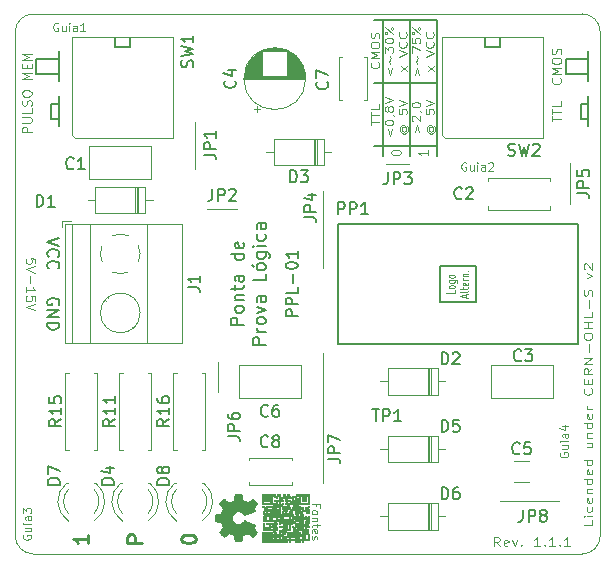
<source format=gbr>
%TF.GenerationSoftware,KiCad,Pcbnew,5.1.12-84ad8e8a86~92~ubuntu20.04.1*%
%TF.CreationDate,2022-07-04T18:17:34-03:00*%
%TF.ProjectId,ppl-01,70706c2d-3031-42e6-9b69-6361645f7063,01.1.1*%
%TF.SameCoordinates,Original*%
%TF.FileFunction,Legend,Top*%
%TF.FilePolarity,Positive*%
%FSLAX46Y46*%
G04 Gerber Fmt 4.6, Leading zero omitted, Abs format (unit mm)*
G04 Created by KiCad (PCBNEW 5.1.12-84ad8e8a86~92~ubuntu20.04.1) date 2022-07-04 18:17:34*
%MOMM*%
%LPD*%
G01*
G04 APERTURE LIST*
%ADD10C,0.100000*%
%ADD11C,0.120000*%
%ADD12C,0.150000*%
%TA.AperFunction,Profile*%
%ADD13C,0.100000*%
%TD*%
%ADD14C,0.200000*%
%ADD15C,0.250000*%
%ADD16C,0.010000*%
%ADD17C,0.002540*%
G04 APERTURE END LIST*
D10*
X151178714Y-114087501D02*
X151178714Y-113860167D01*
X150821476Y-113860167D02*
X151503476Y-113860167D01*
X151503476Y-114184929D01*
X150821476Y-114542167D02*
X150853952Y-114477215D01*
X150886428Y-114444739D01*
X150951380Y-114412263D01*
X151146238Y-114412263D01*
X151211190Y-114444739D01*
X151243666Y-114477215D01*
X151276142Y-114542167D01*
X151276142Y-114639596D01*
X151243666Y-114704548D01*
X151211190Y-114737025D01*
X151146238Y-114769501D01*
X150951380Y-114769501D01*
X150886428Y-114737025D01*
X150853952Y-114704548D01*
X150821476Y-114639596D01*
X150821476Y-114542167D01*
X151276142Y-115061787D02*
X150821476Y-115061787D01*
X151211190Y-115061787D02*
X151243666Y-115094263D01*
X151276142Y-115159215D01*
X151276142Y-115256644D01*
X151243666Y-115321596D01*
X151178714Y-115354072D01*
X150821476Y-115354072D01*
X151276142Y-115581406D02*
X151276142Y-115841215D01*
X151503476Y-115678834D02*
X150918904Y-115678834D01*
X150853952Y-115711310D01*
X150821476Y-115776263D01*
X150821476Y-115841215D01*
X150853952Y-116328358D02*
X150821476Y-116263406D01*
X150821476Y-116133501D01*
X150853952Y-116068548D01*
X150918904Y-116036072D01*
X151178714Y-116036072D01*
X151243666Y-116068548D01*
X151276142Y-116133501D01*
X151276142Y-116263406D01*
X151243666Y-116328358D01*
X151178714Y-116360834D01*
X151113761Y-116360834D01*
X151048809Y-116036072D01*
X150853952Y-116620644D02*
X150821476Y-116685596D01*
X150821476Y-116815501D01*
X150853952Y-116880453D01*
X150918904Y-116912929D01*
X150951380Y-116912929D01*
X151016333Y-116880453D01*
X151048809Y-116815501D01*
X151048809Y-116718072D01*
X151081285Y-116653120D01*
X151146238Y-116620644D01*
X151178714Y-116620644D01*
X151243666Y-116653120D01*
X151276142Y-116718072D01*
X151276142Y-116815501D01*
X151243666Y-116880453D01*
X127107904Y-77920714D02*
X126307904Y-77920714D01*
X126879333Y-77654047D01*
X126307904Y-77387380D01*
X127107904Y-77387380D01*
X126688857Y-77006428D02*
X126688857Y-76739761D01*
X127107904Y-76625476D02*
X127107904Y-77006428D01*
X126307904Y-77006428D01*
X126307904Y-76625476D01*
X127107904Y-76282619D02*
X126307904Y-76282619D01*
X126879333Y-76015952D01*
X126307904Y-75749285D01*
X127107904Y-75749285D01*
X127107904Y-82397380D02*
X126307904Y-82397380D01*
X126307904Y-82092619D01*
X126346000Y-82016428D01*
X126384095Y-81978333D01*
X126460285Y-81940238D01*
X126574571Y-81940238D01*
X126650761Y-81978333D01*
X126688857Y-82016428D01*
X126726952Y-82092619D01*
X126726952Y-82397380D01*
X126307904Y-81597380D02*
X126955523Y-81597380D01*
X127031714Y-81559285D01*
X127069809Y-81521190D01*
X127107904Y-81445000D01*
X127107904Y-81292619D01*
X127069809Y-81216428D01*
X127031714Y-81178333D01*
X126955523Y-81140238D01*
X126307904Y-81140238D01*
X127107904Y-80378333D02*
X127107904Y-80759285D01*
X126307904Y-80759285D01*
X127069809Y-80149761D02*
X127107904Y-80035476D01*
X127107904Y-79845000D01*
X127069809Y-79768809D01*
X127031714Y-79730714D01*
X126955523Y-79692619D01*
X126879333Y-79692619D01*
X126803142Y-79730714D01*
X126765047Y-79768809D01*
X126726952Y-79845000D01*
X126688857Y-79997380D01*
X126650761Y-80073571D01*
X126612666Y-80111666D01*
X126536476Y-80149761D01*
X126460285Y-80149761D01*
X126384095Y-80111666D01*
X126346000Y-80073571D01*
X126307904Y-79997380D01*
X126307904Y-79806904D01*
X126346000Y-79692619D01*
X126307904Y-79197380D02*
X126307904Y-79045000D01*
X126346000Y-78968809D01*
X126422190Y-78892619D01*
X126574571Y-78854523D01*
X126841238Y-78854523D01*
X126993619Y-78892619D01*
X127069809Y-78968809D01*
X127107904Y-79045000D01*
X127107904Y-79197380D01*
X127069809Y-79273571D01*
X126993619Y-79349761D01*
X126841238Y-79387857D01*
X126574571Y-79387857D01*
X126422190Y-79349761D01*
X126346000Y-79273571D01*
X126307904Y-79197380D01*
D11*
X162926666Y-95773809D02*
X162926666Y-96011904D01*
X162226666Y-96011904D01*
X162926666Y-95535714D02*
X162893333Y-95583333D01*
X162860000Y-95607142D01*
X162793333Y-95630952D01*
X162593333Y-95630952D01*
X162526666Y-95607142D01*
X162493333Y-95583333D01*
X162460000Y-95535714D01*
X162460000Y-95464285D01*
X162493333Y-95416666D01*
X162526666Y-95392857D01*
X162593333Y-95369047D01*
X162793333Y-95369047D01*
X162860000Y-95392857D01*
X162893333Y-95416666D01*
X162926666Y-95464285D01*
X162926666Y-95535714D01*
X162460000Y-94940476D02*
X163026666Y-94940476D01*
X163093333Y-94964285D01*
X163126666Y-94988095D01*
X163160000Y-95035714D01*
X163160000Y-95107142D01*
X163126666Y-95154761D01*
X162893333Y-94940476D02*
X162926666Y-94988095D01*
X162926666Y-95083333D01*
X162893333Y-95130952D01*
X162860000Y-95154761D01*
X162793333Y-95178571D01*
X162593333Y-95178571D01*
X162526666Y-95154761D01*
X162493333Y-95130952D01*
X162460000Y-95083333D01*
X162460000Y-94988095D01*
X162493333Y-94940476D01*
X162926666Y-94630952D02*
X162893333Y-94678571D01*
X162860000Y-94702380D01*
X162793333Y-94726190D01*
X162593333Y-94726190D01*
X162526666Y-94702380D01*
X162493333Y-94678571D01*
X162460000Y-94630952D01*
X162460000Y-94559523D01*
X162493333Y-94511904D01*
X162526666Y-94488095D01*
X162593333Y-94464285D01*
X162793333Y-94464285D01*
X162860000Y-94488095D01*
X162893333Y-94511904D01*
X162926666Y-94559523D01*
X162926666Y-94630952D01*
X163896666Y-96357142D02*
X163896666Y-96119047D01*
X164096666Y-96404761D02*
X163396666Y-96238095D01*
X164096666Y-96071428D01*
X164096666Y-95833333D02*
X164063333Y-95880952D01*
X163996666Y-95904761D01*
X163396666Y-95904761D01*
X163630000Y-95714285D02*
X163630000Y-95523809D01*
X163396666Y-95642857D02*
X163996666Y-95642857D01*
X164063333Y-95619047D01*
X164096666Y-95571428D01*
X164096666Y-95523809D01*
X164063333Y-95166666D02*
X164096666Y-95214285D01*
X164096666Y-95309523D01*
X164063333Y-95357142D01*
X163996666Y-95380952D01*
X163730000Y-95380952D01*
X163663333Y-95357142D01*
X163630000Y-95309523D01*
X163630000Y-95214285D01*
X163663333Y-95166666D01*
X163730000Y-95142857D01*
X163796666Y-95142857D01*
X163863333Y-95380952D01*
X164096666Y-94928571D02*
X163630000Y-94928571D01*
X163763333Y-94928571D02*
X163696666Y-94904761D01*
X163663333Y-94880952D01*
X163630000Y-94833333D01*
X163630000Y-94785714D01*
X163630000Y-94619047D02*
X164096666Y-94619047D01*
X163696666Y-94619047D02*
X163663333Y-94595238D01*
X163630000Y-94547619D01*
X163630000Y-94476190D01*
X163663333Y-94428571D01*
X163730000Y-94404761D01*
X164096666Y-94404761D01*
X164030000Y-94166666D02*
X164063333Y-94142857D01*
X164096666Y-94166666D01*
X164063333Y-94190476D01*
X164030000Y-94166666D01*
X164096666Y-94166666D01*
D12*
X164719000Y-93726000D02*
X161671000Y-93726000D01*
X164719000Y-96774000D02*
X164719000Y-93726000D01*
X161671000Y-96774000D02*
X164719000Y-96774000D01*
X161671000Y-93726000D02*
X161671000Y-96774000D01*
X129413000Y-77470000D02*
X127508000Y-77470000D01*
X129413000Y-78105000D02*
X129413000Y-75565000D01*
X127508000Y-76200000D02*
X129413000Y-76200000D01*
X127508000Y-77470000D02*
X127508000Y-76200000D01*
X129413000Y-81280000D02*
X128778000Y-81280000D01*
X129413000Y-81915000D02*
X129413000Y-79375000D01*
X128778000Y-81280000D02*
X128778000Y-80010000D01*
X128778000Y-80010000D02*
X129413000Y-80010000D01*
X174244000Y-78105000D02*
X174244000Y-75565000D01*
X174244000Y-77470000D02*
X172339000Y-77470000D01*
X172339000Y-77470000D02*
X172339000Y-76200000D01*
X172339000Y-76200000D02*
X174244000Y-76200000D01*
D10*
X171862714Y-77844523D02*
X171900809Y-77882619D01*
X171938904Y-77996904D01*
X171938904Y-78073095D01*
X171900809Y-78187380D01*
X171824619Y-78263571D01*
X171748428Y-78301666D01*
X171596047Y-78339761D01*
X171481761Y-78339761D01*
X171329380Y-78301666D01*
X171253190Y-78263571D01*
X171177000Y-78187380D01*
X171138904Y-78073095D01*
X171138904Y-77996904D01*
X171177000Y-77882619D01*
X171215095Y-77844523D01*
X171938904Y-77501666D02*
X171138904Y-77501666D01*
X171710333Y-77235000D01*
X171138904Y-76968333D01*
X171938904Y-76968333D01*
X171138904Y-76435000D02*
X171138904Y-76282619D01*
X171177000Y-76206428D01*
X171253190Y-76130238D01*
X171405571Y-76092142D01*
X171672238Y-76092142D01*
X171824619Y-76130238D01*
X171900809Y-76206428D01*
X171938904Y-76282619D01*
X171938904Y-76435000D01*
X171900809Y-76511190D01*
X171824619Y-76587380D01*
X171672238Y-76625476D01*
X171405571Y-76625476D01*
X171253190Y-76587380D01*
X171177000Y-76511190D01*
X171138904Y-76435000D01*
X171900809Y-75787380D02*
X171938904Y-75673095D01*
X171938904Y-75482619D01*
X171900809Y-75406428D01*
X171862714Y-75368333D01*
X171786523Y-75330238D01*
X171710333Y-75330238D01*
X171634142Y-75368333D01*
X171596047Y-75406428D01*
X171557952Y-75482619D01*
X171519857Y-75635000D01*
X171481761Y-75711190D01*
X171443666Y-75749285D01*
X171367476Y-75787380D01*
X171291285Y-75787380D01*
X171215095Y-75749285D01*
X171177000Y-75711190D01*
X171138904Y-75635000D01*
X171138904Y-75444523D01*
X171177000Y-75330238D01*
D12*
X174244000Y-81915000D02*
X174244000Y-79375000D01*
X174244000Y-81280000D02*
X173609000Y-81280000D01*
X173609000Y-81280000D02*
X173609000Y-80010000D01*
X173609000Y-80010000D02*
X174244000Y-80010000D01*
D10*
X171138904Y-81502142D02*
X171138904Y-81045000D01*
X171938904Y-81273571D02*
X171138904Y-81273571D01*
X171138904Y-80892619D02*
X171138904Y-80435476D01*
X171938904Y-80664047D02*
X171138904Y-80664047D01*
X171938904Y-79787857D02*
X171938904Y-80168809D01*
X171138904Y-80168809D01*
D12*
X156083000Y-72898000D02*
X161417000Y-72898000D01*
D10*
X156460000Y-76503380D02*
X156493333Y-76541476D01*
X156526666Y-76655761D01*
X156526666Y-76731952D01*
X156493333Y-76846238D01*
X156426666Y-76922428D01*
X156360000Y-76960523D01*
X156226666Y-76998619D01*
X156126666Y-76998619D01*
X155993333Y-76960523D01*
X155926666Y-76922428D01*
X155860000Y-76846238D01*
X155826666Y-76731952D01*
X155826666Y-76655761D01*
X155860000Y-76541476D01*
X155893333Y-76503380D01*
X156526666Y-76160523D02*
X155826666Y-76160523D01*
X156326666Y-75893857D01*
X155826666Y-75627190D01*
X156526666Y-75627190D01*
X155826666Y-75093857D02*
X155826666Y-74941476D01*
X155860000Y-74865285D01*
X155926666Y-74789095D01*
X156060000Y-74751000D01*
X156293333Y-74751000D01*
X156426666Y-74789095D01*
X156493333Y-74865285D01*
X156526666Y-74941476D01*
X156526666Y-75093857D01*
X156493333Y-75170047D01*
X156426666Y-75246238D01*
X156293333Y-75284333D01*
X156060000Y-75284333D01*
X155926666Y-75246238D01*
X155860000Y-75170047D01*
X155826666Y-75093857D01*
X156493333Y-74446238D02*
X156526666Y-74331952D01*
X156526666Y-74141476D01*
X156493333Y-74065285D01*
X156460000Y-74027190D01*
X156393333Y-73989095D01*
X156326666Y-73989095D01*
X156260000Y-74027190D01*
X156226666Y-74065285D01*
X156193333Y-74141476D01*
X156160000Y-74293857D01*
X156126666Y-74370047D01*
X156093333Y-74408142D01*
X156026666Y-74446238D01*
X155960000Y-74446238D01*
X155893333Y-74408142D01*
X155860000Y-74370047D01*
X155826666Y-74293857D01*
X155826666Y-74103380D01*
X155860000Y-73989095D01*
X159549000Y-77584047D02*
X159749000Y-76974523D01*
X159949000Y-77584047D01*
X159749000Y-76593571D02*
X159715666Y-76555476D01*
X159682333Y-76441190D01*
X159715666Y-76326904D01*
X159782333Y-76250714D01*
X159815666Y-76136428D01*
X159782333Y-76022142D01*
X159749000Y-75984047D01*
X159315666Y-75679285D02*
X159315666Y-75145952D01*
X160015666Y-75488809D01*
X159315666Y-74460238D02*
X159315666Y-74841190D01*
X159649000Y-74879285D01*
X159615666Y-74841190D01*
X159582333Y-74765000D01*
X159582333Y-74574523D01*
X159615666Y-74498333D01*
X159649000Y-74460238D01*
X159715666Y-74422142D01*
X159882333Y-74422142D01*
X159949000Y-74460238D01*
X159982333Y-74498333D01*
X160015666Y-74574523D01*
X160015666Y-74765000D01*
X159982333Y-74841190D01*
X159949000Y-74879285D01*
X160015666Y-74117380D02*
X159315666Y-73507857D01*
X159315666Y-74003095D02*
X159349000Y-73926904D01*
X159415666Y-73888809D01*
X159482333Y-73926904D01*
X159515666Y-74003095D01*
X159482333Y-74079285D01*
X159415666Y-74117380D01*
X159349000Y-74079285D01*
X159315666Y-74003095D01*
X159982333Y-73545952D02*
X159915666Y-73507857D01*
X159849000Y-73545952D01*
X159815666Y-73622142D01*
X159849000Y-73698333D01*
X159915666Y-73736428D01*
X159982333Y-73698333D01*
X160015666Y-73622142D01*
X159982333Y-73545952D01*
X161165666Y-77222142D02*
X160699000Y-76803095D01*
X160699000Y-77222142D02*
X161165666Y-76803095D01*
X160465666Y-76003095D02*
X161165666Y-75736428D01*
X160465666Y-75469761D01*
X161099000Y-74745952D02*
X161132333Y-74784047D01*
X161165666Y-74898333D01*
X161165666Y-74974523D01*
X161132333Y-75088809D01*
X161065666Y-75165000D01*
X160999000Y-75203095D01*
X160865666Y-75241190D01*
X160765666Y-75241190D01*
X160632333Y-75203095D01*
X160565666Y-75165000D01*
X160499000Y-75088809D01*
X160465666Y-74974523D01*
X160465666Y-74898333D01*
X160499000Y-74784047D01*
X160532333Y-74745952D01*
X161099000Y-73945952D02*
X161132333Y-73984047D01*
X161165666Y-74098333D01*
X161165666Y-74174523D01*
X161132333Y-74288809D01*
X161065666Y-74365000D01*
X160999000Y-74403095D01*
X160865666Y-74441190D01*
X160765666Y-74441190D01*
X160632333Y-74403095D01*
X160565666Y-74365000D01*
X160499000Y-74288809D01*
X160465666Y-74174523D01*
X160465666Y-74098333D01*
X160499000Y-73984047D01*
X160532333Y-73945952D01*
X157263000Y-76974523D02*
X157463000Y-77584047D01*
X157663000Y-76974523D01*
X157463000Y-76593571D02*
X157429666Y-76555476D01*
X157396333Y-76441190D01*
X157429666Y-76326904D01*
X157496333Y-76250714D01*
X157529666Y-76136428D01*
X157496333Y-76022142D01*
X157463000Y-75984047D01*
X157029666Y-75679285D02*
X157029666Y-75184047D01*
X157296333Y-75450714D01*
X157296333Y-75336428D01*
X157329666Y-75260238D01*
X157363000Y-75222142D01*
X157429666Y-75184047D01*
X157596333Y-75184047D01*
X157663000Y-75222142D01*
X157696333Y-75260238D01*
X157729666Y-75336428D01*
X157729666Y-75565000D01*
X157696333Y-75641190D01*
X157663000Y-75679285D01*
X157029666Y-74688809D02*
X157029666Y-74612619D01*
X157063000Y-74536428D01*
X157096333Y-74498333D01*
X157163000Y-74460238D01*
X157296333Y-74422142D01*
X157463000Y-74422142D01*
X157596333Y-74460238D01*
X157663000Y-74498333D01*
X157696333Y-74536428D01*
X157729666Y-74612619D01*
X157729666Y-74688809D01*
X157696333Y-74765000D01*
X157663000Y-74803095D01*
X157596333Y-74841190D01*
X157463000Y-74879285D01*
X157296333Y-74879285D01*
X157163000Y-74841190D01*
X157096333Y-74803095D01*
X157063000Y-74765000D01*
X157029666Y-74688809D01*
X157729666Y-74117380D02*
X157029666Y-73507857D01*
X157029666Y-74003095D02*
X157063000Y-73926904D01*
X157129666Y-73888809D01*
X157196333Y-73926904D01*
X157229666Y-74003095D01*
X157196333Y-74079285D01*
X157129666Y-74117380D01*
X157063000Y-74079285D01*
X157029666Y-74003095D01*
X157696333Y-73545952D02*
X157629666Y-73507857D01*
X157563000Y-73545952D01*
X157529666Y-73622142D01*
X157563000Y-73698333D01*
X157629666Y-73736428D01*
X157696333Y-73698333D01*
X157729666Y-73622142D01*
X157696333Y-73545952D01*
X158879666Y-77222142D02*
X158413000Y-76803095D01*
X158413000Y-77222142D02*
X158879666Y-76803095D01*
X158179666Y-76003095D02*
X158879666Y-75736428D01*
X158179666Y-75469761D01*
X158813000Y-74745952D02*
X158846333Y-74784047D01*
X158879666Y-74898333D01*
X158879666Y-74974523D01*
X158846333Y-75088809D01*
X158779666Y-75165000D01*
X158713000Y-75203095D01*
X158579666Y-75241190D01*
X158479666Y-75241190D01*
X158346333Y-75203095D01*
X158279666Y-75165000D01*
X158213000Y-75088809D01*
X158179666Y-74974523D01*
X158179666Y-74898333D01*
X158213000Y-74784047D01*
X158246333Y-74745952D01*
X158813000Y-73945952D02*
X158846333Y-73984047D01*
X158879666Y-74098333D01*
X158879666Y-74174523D01*
X158846333Y-74288809D01*
X158779666Y-74365000D01*
X158713000Y-74403095D01*
X158579666Y-74441190D01*
X158479666Y-74441190D01*
X158346333Y-74403095D01*
X158279666Y-74365000D01*
X158213000Y-74288809D01*
X158179666Y-74174523D01*
X158179666Y-74098333D01*
X158213000Y-73984047D01*
X158246333Y-73945952D01*
D12*
X156083000Y-78232000D02*
X161417000Y-78232000D01*
D10*
X160635904Y-83907476D02*
X160635904Y-84364619D01*
X160635904Y-84136047D02*
X159835904Y-84136047D01*
X159950190Y-84212238D01*
X160026380Y-84288428D01*
X160064476Y-84364619D01*
D12*
X161417000Y-84455000D02*
X161417000Y-72898000D01*
D10*
X159549000Y-82410142D02*
X159749000Y-81800619D01*
X159949000Y-82410142D01*
X159382333Y-81457761D02*
X159349000Y-81419666D01*
X159315666Y-81343476D01*
X159315666Y-81153000D01*
X159349000Y-81076809D01*
X159382333Y-81038714D01*
X159449000Y-81000619D01*
X159515666Y-81000619D01*
X159615666Y-81038714D01*
X160015666Y-81495857D01*
X160015666Y-81000619D01*
X159982333Y-80619666D02*
X160015666Y-80619666D01*
X160082333Y-80657761D01*
X160115666Y-80695857D01*
X159315666Y-80124428D02*
X159315666Y-80048238D01*
X159349000Y-79972047D01*
X159382333Y-79933952D01*
X159449000Y-79895857D01*
X159582333Y-79857761D01*
X159749000Y-79857761D01*
X159882333Y-79895857D01*
X159949000Y-79933952D01*
X159982333Y-79972047D01*
X160015666Y-80048238D01*
X160015666Y-80124428D01*
X159982333Y-80200619D01*
X159949000Y-80238714D01*
X159882333Y-80276809D01*
X159749000Y-80314904D01*
X159582333Y-80314904D01*
X159449000Y-80276809D01*
X159382333Y-80238714D01*
X159349000Y-80200619D01*
X159315666Y-80124428D01*
X160832333Y-82010142D02*
X160799000Y-82048238D01*
X160765666Y-82124428D01*
X160765666Y-82200619D01*
X160799000Y-82276809D01*
X160832333Y-82314904D01*
X160899000Y-82353000D01*
X160965666Y-82353000D01*
X161032333Y-82314904D01*
X161065666Y-82276809D01*
X161099000Y-82200619D01*
X161099000Y-82124428D01*
X161065666Y-82048238D01*
X161032333Y-82010142D01*
X160765666Y-82010142D02*
X161032333Y-82010142D01*
X161065666Y-81972047D01*
X161065666Y-81933952D01*
X161032333Y-81857761D01*
X160965666Y-81819666D01*
X160799000Y-81819666D01*
X160699000Y-81895857D01*
X160632333Y-82010142D01*
X160599000Y-82162523D01*
X160632333Y-82314904D01*
X160699000Y-82429190D01*
X160799000Y-82505380D01*
X160932333Y-82543476D01*
X161065666Y-82505380D01*
X161165666Y-82429190D01*
X161232333Y-82314904D01*
X161265666Y-82162523D01*
X161232333Y-82010142D01*
X161165666Y-81895857D01*
X160465666Y-80486333D02*
X160465666Y-80867285D01*
X160799000Y-80905380D01*
X160765666Y-80867285D01*
X160732333Y-80791095D01*
X160732333Y-80600619D01*
X160765666Y-80524428D01*
X160799000Y-80486333D01*
X160865666Y-80448238D01*
X161032333Y-80448238D01*
X161099000Y-80486333D01*
X161132333Y-80524428D01*
X161165666Y-80600619D01*
X161165666Y-80791095D01*
X161132333Y-80867285D01*
X161099000Y-80905380D01*
X160465666Y-80219666D02*
X161165666Y-79953000D01*
X160465666Y-79686333D01*
D12*
X159131000Y-84455000D02*
X159131000Y-72898000D01*
X156845000Y-84455000D02*
X156845000Y-72898000D01*
X156083000Y-83566000D02*
X161417000Y-83566000D01*
D10*
X157263000Y-82143476D02*
X157463000Y-82753000D01*
X157663000Y-82143476D01*
X157029666Y-81610142D02*
X157029666Y-81533952D01*
X157063000Y-81457761D01*
X157096333Y-81419666D01*
X157163000Y-81381571D01*
X157296333Y-81343476D01*
X157463000Y-81343476D01*
X157596333Y-81381571D01*
X157663000Y-81419666D01*
X157696333Y-81457761D01*
X157729666Y-81533952D01*
X157729666Y-81610142D01*
X157696333Y-81686333D01*
X157663000Y-81724428D01*
X157596333Y-81762523D01*
X157463000Y-81800619D01*
X157296333Y-81800619D01*
X157163000Y-81762523D01*
X157096333Y-81724428D01*
X157063000Y-81686333D01*
X157029666Y-81610142D01*
X157696333Y-80962523D02*
X157729666Y-80962523D01*
X157796333Y-81000619D01*
X157829666Y-81038714D01*
X157329666Y-80505380D02*
X157296333Y-80581571D01*
X157263000Y-80619666D01*
X157196333Y-80657761D01*
X157163000Y-80657761D01*
X157096333Y-80619666D01*
X157063000Y-80581571D01*
X157029666Y-80505380D01*
X157029666Y-80353000D01*
X157063000Y-80276809D01*
X157096333Y-80238714D01*
X157163000Y-80200619D01*
X157196333Y-80200619D01*
X157263000Y-80238714D01*
X157296333Y-80276809D01*
X157329666Y-80353000D01*
X157329666Y-80505380D01*
X157363000Y-80581571D01*
X157396333Y-80619666D01*
X157463000Y-80657761D01*
X157596333Y-80657761D01*
X157663000Y-80619666D01*
X157696333Y-80581571D01*
X157729666Y-80505380D01*
X157729666Y-80353000D01*
X157696333Y-80276809D01*
X157663000Y-80238714D01*
X157596333Y-80200619D01*
X157463000Y-80200619D01*
X157396333Y-80238714D01*
X157363000Y-80276809D01*
X157329666Y-80353000D01*
X157029666Y-79972047D02*
X157729666Y-79705380D01*
X157029666Y-79438714D01*
X158546333Y-82010142D02*
X158513000Y-82048238D01*
X158479666Y-82124428D01*
X158479666Y-82200619D01*
X158513000Y-82276809D01*
X158546333Y-82314904D01*
X158613000Y-82353000D01*
X158679666Y-82353000D01*
X158746333Y-82314904D01*
X158779666Y-82276809D01*
X158813000Y-82200619D01*
X158813000Y-82124428D01*
X158779666Y-82048238D01*
X158746333Y-82010142D01*
X158479666Y-82010142D02*
X158746333Y-82010142D01*
X158779666Y-81972047D01*
X158779666Y-81933952D01*
X158746333Y-81857761D01*
X158679666Y-81819666D01*
X158513000Y-81819666D01*
X158413000Y-81895857D01*
X158346333Y-82010142D01*
X158313000Y-82162523D01*
X158346333Y-82314904D01*
X158413000Y-82429190D01*
X158513000Y-82505380D01*
X158646333Y-82543476D01*
X158779666Y-82505380D01*
X158879666Y-82429190D01*
X158946333Y-82314904D01*
X158979666Y-82162523D01*
X158946333Y-82010142D01*
X158879666Y-81895857D01*
X158179666Y-80486333D02*
X158179666Y-80867285D01*
X158513000Y-80905380D01*
X158479666Y-80867285D01*
X158446333Y-80791095D01*
X158446333Y-80600619D01*
X158479666Y-80524428D01*
X158513000Y-80486333D01*
X158579666Y-80448238D01*
X158746333Y-80448238D01*
X158813000Y-80486333D01*
X158846333Y-80524428D01*
X158879666Y-80600619D01*
X158879666Y-80791095D01*
X158846333Y-80867285D01*
X158813000Y-80905380D01*
X158179666Y-80219666D02*
X158879666Y-79953000D01*
X158179666Y-79686333D01*
X157549904Y-84174142D02*
X157549904Y-84097952D01*
X157588000Y-84021761D01*
X157626095Y-83983666D01*
X157702285Y-83945571D01*
X157854666Y-83907476D01*
X158045142Y-83907476D01*
X158197523Y-83945571D01*
X158273714Y-83983666D01*
X158311809Y-84021761D01*
X158349904Y-84097952D01*
X158349904Y-84174142D01*
X158311809Y-84250333D01*
X158273714Y-84288428D01*
X158197523Y-84326523D01*
X158045142Y-84364619D01*
X157854666Y-84364619D01*
X157702285Y-84326523D01*
X157626095Y-84288428D01*
X157588000Y-84250333D01*
X157549904Y-84174142D01*
X155826666Y-81773809D02*
X155826666Y-81316666D01*
X156526666Y-81545238D02*
X155826666Y-81545238D01*
X155826666Y-81164285D02*
X155826666Y-80707142D01*
X156526666Y-80935714D02*
X155826666Y-80935714D01*
X156526666Y-80059523D02*
X156526666Y-80440476D01*
X155826666Y-80440476D01*
D13*
X173736000Y-72390000D02*
G75*
G02*
X175260000Y-73914000I0J-1524000D01*
G01*
X175260000Y-116586000D02*
G75*
G02*
X173736000Y-118110000I-1524000J0D01*
G01*
X175260000Y-116586000D02*
X175260000Y-73914000D01*
D10*
X166737571Y-117402523D02*
X166437571Y-117077761D01*
X166223285Y-117402523D02*
X166223285Y-116720523D01*
X166566142Y-116720523D01*
X166651857Y-116753000D01*
X166694714Y-116785476D01*
X166737571Y-116850428D01*
X166737571Y-116947857D01*
X166694714Y-117012809D01*
X166651857Y-117045285D01*
X166566142Y-117077761D01*
X166223285Y-117077761D01*
X167466142Y-117370047D02*
X167380428Y-117402523D01*
X167209000Y-117402523D01*
X167123285Y-117370047D01*
X167080428Y-117305095D01*
X167080428Y-117045285D01*
X167123285Y-116980333D01*
X167209000Y-116947857D01*
X167380428Y-116947857D01*
X167466142Y-116980333D01*
X167509000Y-117045285D01*
X167509000Y-117110238D01*
X167080428Y-117175190D01*
X167809000Y-116947857D02*
X168023285Y-117402523D01*
X168237571Y-116947857D01*
X168580428Y-117337571D02*
X168623285Y-117370047D01*
X168580428Y-117402523D01*
X168537571Y-117370047D01*
X168580428Y-117337571D01*
X168580428Y-117402523D01*
X170166142Y-117402523D02*
X169651857Y-117402523D01*
X169909000Y-117402523D02*
X169909000Y-116720523D01*
X169823285Y-116817952D01*
X169737571Y-116882904D01*
X169651857Y-116915380D01*
X170551857Y-117337571D02*
X170594714Y-117370047D01*
X170551857Y-117402523D01*
X170509000Y-117370047D01*
X170551857Y-117337571D01*
X170551857Y-117402523D01*
X171451857Y-117402523D02*
X170937571Y-117402523D01*
X171194714Y-117402523D02*
X171194714Y-116720523D01*
X171109000Y-116817952D01*
X171023285Y-116882904D01*
X170937571Y-116915380D01*
X171837571Y-117337571D02*
X171880428Y-117370047D01*
X171837571Y-117402523D01*
X171794714Y-117370047D01*
X171837571Y-117337571D01*
X171837571Y-117402523D01*
X172737571Y-117402523D02*
X172223285Y-117402523D01*
X172480428Y-117402523D02*
X172480428Y-116720523D01*
X172394714Y-116817952D01*
X172309000Y-116882904D01*
X172223285Y-116915380D01*
X174552523Y-115243142D02*
X174552523Y-115671714D01*
X173870523Y-115671714D01*
X174552523Y-114943142D02*
X174097857Y-114943142D01*
X173870523Y-114943142D02*
X173903000Y-114986000D01*
X173935476Y-114943142D01*
X173903000Y-114900285D01*
X173870523Y-114943142D01*
X173935476Y-114943142D01*
X174520047Y-114128857D02*
X174552523Y-114214571D01*
X174552523Y-114386000D01*
X174520047Y-114471714D01*
X174487571Y-114514571D01*
X174422619Y-114557428D01*
X174227761Y-114557428D01*
X174162809Y-114514571D01*
X174130333Y-114471714D01*
X174097857Y-114386000D01*
X174097857Y-114214571D01*
X174130333Y-114128857D01*
X174520047Y-113400285D02*
X174552523Y-113486000D01*
X174552523Y-113657428D01*
X174520047Y-113743142D01*
X174455095Y-113786000D01*
X174195285Y-113786000D01*
X174130333Y-113743142D01*
X174097857Y-113657428D01*
X174097857Y-113486000D01*
X174130333Y-113400285D01*
X174195285Y-113357428D01*
X174260238Y-113357428D01*
X174325190Y-113786000D01*
X174097857Y-112971714D02*
X174552523Y-112971714D01*
X174162809Y-112971714D02*
X174130333Y-112928857D01*
X174097857Y-112843142D01*
X174097857Y-112714571D01*
X174130333Y-112628857D01*
X174195285Y-112586000D01*
X174552523Y-112586000D01*
X174552523Y-111771714D02*
X173870523Y-111771714D01*
X174520047Y-111771714D02*
X174552523Y-111857428D01*
X174552523Y-112028857D01*
X174520047Y-112114571D01*
X174487571Y-112157428D01*
X174422619Y-112200285D01*
X174227761Y-112200285D01*
X174162809Y-112157428D01*
X174130333Y-112114571D01*
X174097857Y-112028857D01*
X174097857Y-111857428D01*
X174130333Y-111771714D01*
X174520047Y-111000285D02*
X174552523Y-111086000D01*
X174552523Y-111257428D01*
X174520047Y-111343142D01*
X174455095Y-111386000D01*
X174195285Y-111386000D01*
X174130333Y-111343142D01*
X174097857Y-111257428D01*
X174097857Y-111086000D01*
X174130333Y-111000285D01*
X174195285Y-110957428D01*
X174260238Y-110957428D01*
X174325190Y-111386000D01*
X174552523Y-110186000D02*
X173870523Y-110186000D01*
X174520047Y-110186000D02*
X174552523Y-110271714D01*
X174552523Y-110443142D01*
X174520047Y-110528857D01*
X174487571Y-110571714D01*
X174422619Y-110614571D01*
X174227761Y-110614571D01*
X174162809Y-110571714D01*
X174130333Y-110528857D01*
X174097857Y-110443142D01*
X174097857Y-110271714D01*
X174130333Y-110186000D01*
X174097857Y-108686000D02*
X174552523Y-108686000D01*
X174097857Y-109071714D02*
X174455095Y-109071714D01*
X174520047Y-109028857D01*
X174552523Y-108943142D01*
X174552523Y-108814571D01*
X174520047Y-108728857D01*
X174487571Y-108686000D01*
X174097857Y-108257428D02*
X174552523Y-108257428D01*
X174162809Y-108257428D02*
X174130333Y-108214571D01*
X174097857Y-108128857D01*
X174097857Y-108000285D01*
X174130333Y-107914571D01*
X174195285Y-107871714D01*
X174552523Y-107871714D01*
X174552523Y-107057428D02*
X173870523Y-107057428D01*
X174520047Y-107057428D02*
X174552523Y-107143142D01*
X174552523Y-107314571D01*
X174520047Y-107400285D01*
X174487571Y-107443142D01*
X174422619Y-107486000D01*
X174227761Y-107486000D01*
X174162809Y-107443142D01*
X174130333Y-107400285D01*
X174097857Y-107314571D01*
X174097857Y-107143142D01*
X174130333Y-107057428D01*
X174520047Y-106286000D02*
X174552523Y-106371714D01*
X174552523Y-106543142D01*
X174520047Y-106628857D01*
X174455095Y-106671714D01*
X174195285Y-106671714D01*
X174130333Y-106628857D01*
X174097857Y-106543142D01*
X174097857Y-106371714D01*
X174130333Y-106286000D01*
X174195285Y-106243142D01*
X174260238Y-106243142D01*
X174325190Y-106671714D01*
X174552523Y-105857428D02*
X174097857Y-105857428D01*
X174227761Y-105857428D02*
X174162809Y-105814571D01*
X174130333Y-105771714D01*
X174097857Y-105686000D01*
X174097857Y-105600285D01*
X174487571Y-104100285D02*
X174520047Y-104143142D01*
X174552523Y-104271714D01*
X174552523Y-104357428D01*
X174520047Y-104486000D01*
X174455095Y-104571714D01*
X174390142Y-104614571D01*
X174260238Y-104657428D01*
X174162809Y-104657428D01*
X174032904Y-104614571D01*
X173967952Y-104571714D01*
X173903000Y-104486000D01*
X173870523Y-104357428D01*
X173870523Y-104271714D01*
X173903000Y-104143142D01*
X173935476Y-104100285D01*
X174195285Y-103714571D02*
X174195285Y-103414571D01*
X174552523Y-103286000D02*
X174552523Y-103714571D01*
X173870523Y-103714571D01*
X173870523Y-103286000D01*
X174552523Y-102386000D02*
X174227761Y-102686000D01*
X174552523Y-102900285D02*
X173870523Y-102900285D01*
X173870523Y-102557428D01*
X173903000Y-102471714D01*
X173935476Y-102428857D01*
X174000428Y-102386000D01*
X174097857Y-102386000D01*
X174162809Y-102428857D01*
X174195285Y-102471714D01*
X174227761Y-102557428D01*
X174227761Y-102900285D01*
X174552523Y-102000285D02*
X173870523Y-102000285D01*
X174552523Y-101486000D01*
X173870523Y-101486000D01*
X174292714Y-101057428D02*
X174292714Y-100371714D01*
X173870523Y-99771714D02*
X173870523Y-99600285D01*
X173903000Y-99514571D01*
X173967952Y-99428857D01*
X174097857Y-99386000D01*
X174325190Y-99386000D01*
X174455095Y-99428857D01*
X174520047Y-99514571D01*
X174552523Y-99600285D01*
X174552523Y-99771714D01*
X174520047Y-99857428D01*
X174455095Y-99943142D01*
X174325190Y-99986000D01*
X174097857Y-99986000D01*
X173967952Y-99943142D01*
X173903000Y-99857428D01*
X173870523Y-99771714D01*
X174552523Y-99000285D02*
X173870523Y-99000285D01*
X174195285Y-99000285D02*
X174195285Y-98486000D01*
X174552523Y-98486000D02*
X173870523Y-98486000D01*
X174552523Y-97628857D02*
X174552523Y-98057428D01*
X173870523Y-98057428D01*
X174292714Y-97328857D02*
X174292714Y-96643142D01*
X174520047Y-96257428D02*
X174552523Y-96128857D01*
X174552523Y-95914571D01*
X174520047Y-95828857D01*
X174487571Y-95786000D01*
X174422619Y-95743142D01*
X174357666Y-95743142D01*
X174292714Y-95786000D01*
X174260238Y-95828857D01*
X174227761Y-95914571D01*
X174195285Y-96086000D01*
X174162809Y-96171714D01*
X174130333Y-96214571D01*
X174065380Y-96257428D01*
X174000428Y-96257428D01*
X173935476Y-96214571D01*
X173903000Y-96171714D01*
X173870523Y-96086000D01*
X173870523Y-95871714D01*
X173903000Y-95743142D01*
X174097857Y-94757428D02*
X174552523Y-94543142D01*
X174097857Y-94328857D01*
X173935476Y-94028857D02*
X173903000Y-93986000D01*
X173870523Y-93900285D01*
X173870523Y-93686000D01*
X173903000Y-93600285D01*
X173935476Y-93557428D01*
X174000428Y-93514571D01*
X174065380Y-93514571D01*
X174162809Y-93557428D01*
X174552523Y-94071714D01*
X174552523Y-93514571D01*
D12*
X149631380Y-97988095D02*
X148631380Y-97988095D01*
X148631380Y-97607142D01*
X148679000Y-97511904D01*
X148726619Y-97464285D01*
X148821857Y-97416666D01*
X148964714Y-97416666D01*
X149059952Y-97464285D01*
X149107571Y-97511904D01*
X149155190Y-97607142D01*
X149155190Y-97988095D01*
X149631380Y-96988095D02*
X148631380Y-96988095D01*
X148631380Y-96607142D01*
X148679000Y-96511904D01*
X148726619Y-96464285D01*
X148821857Y-96416666D01*
X148964714Y-96416666D01*
X149059952Y-96464285D01*
X149107571Y-96511904D01*
X149155190Y-96607142D01*
X149155190Y-96988095D01*
X149631380Y-95511904D02*
X149631380Y-95988095D01*
X148631380Y-95988095D01*
X149250428Y-95178571D02*
X149250428Y-94416666D01*
X148631380Y-93750000D02*
X148631380Y-93654761D01*
X148679000Y-93559523D01*
X148726619Y-93511904D01*
X148821857Y-93464285D01*
X149012333Y-93416666D01*
X149250428Y-93416666D01*
X149440904Y-93464285D01*
X149536142Y-93511904D01*
X149583761Y-93559523D01*
X149631380Y-93654761D01*
X149631380Y-93750000D01*
X149583761Y-93845238D01*
X149536142Y-93892857D01*
X149440904Y-93940476D01*
X149250428Y-93988095D01*
X149012333Y-93988095D01*
X148821857Y-93940476D01*
X148726619Y-93892857D01*
X148679000Y-93845238D01*
X148631380Y-93750000D01*
X149631380Y-92464285D02*
X149631380Y-93035714D01*
X149631380Y-92750000D02*
X148631380Y-92750000D01*
X148774238Y-92845238D01*
X148869476Y-92940476D01*
X148917095Y-93035714D01*
D14*
X145068619Y-98733333D02*
X143968619Y-98733333D01*
X143968619Y-98314285D01*
X144021000Y-98209523D01*
X144073380Y-98157142D01*
X144178142Y-98104761D01*
X144335285Y-98104761D01*
X144440047Y-98157142D01*
X144492428Y-98209523D01*
X144544809Y-98314285D01*
X144544809Y-98733333D01*
X145068619Y-97476190D02*
X145016238Y-97580952D01*
X144963857Y-97633333D01*
X144859095Y-97685714D01*
X144544809Y-97685714D01*
X144440047Y-97633333D01*
X144387666Y-97580952D01*
X144335285Y-97476190D01*
X144335285Y-97319047D01*
X144387666Y-97214285D01*
X144440047Y-97161904D01*
X144544809Y-97109523D01*
X144859095Y-97109523D01*
X144963857Y-97161904D01*
X145016238Y-97214285D01*
X145068619Y-97319047D01*
X145068619Y-97476190D01*
X144335285Y-96638095D02*
X145068619Y-96638095D01*
X144440047Y-96638095D02*
X144387666Y-96585714D01*
X144335285Y-96480952D01*
X144335285Y-96323809D01*
X144387666Y-96219047D01*
X144492428Y-96166666D01*
X145068619Y-96166666D01*
X144335285Y-95800000D02*
X144335285Y-95380952D01*
X143968619Y-95642857D02*
X144911476Y-95642857D01*
X145016238Y-95590476D01*
X145068619Y-95485714D01*
X145068619Y-95380952D01*
X145068619Y-94542857D02*
X144492428Y-94542857D01*
X144387666Y-94595238D01*
X144335285Y-94700000D01*
X144335285Y-94909523D01*
X144387666Y-95014285D01*
X145016238Y-94542857D02*
X145068619Y-94647619D01*
X145068619Y-94909523D01*
X145016238Y-95014285D01*
X144911476Y-95066666D01*
X144806714Y-95066666D01*
X144701952Y-95014285D01*
X144649571Y-94909523D01*
X144649571Y-94647619D01*
X144597190Y-94542857D01*
X145068619Y-92709523D02*
X143968619Y-92709523D01*
X145016238Y-92709523D02*
X145068619Y-92814285D01*
X145068619Y-93023809D01*
X145016238Y-93128571D01*
X144963857Y-93180952D01*
X144859095Y-93233333D01*
X144544809Y-93233333D01*
X144440047Y-93180952D01*
X144387666Y-93128571D01*
X144335285Y-93023809D01*
X144335285Y-92814285D01*
X144387666Y-92709523D01*
X145016238Y-91766666D02*
X145068619Y-91871428D01*
X145068619Y-92080952D01*
X145016238Y-92185714D01*
X144911476Y-92238095D01*
X144492428Y-92238095D01*
X144387666Y-92185714D01*
X144335285Y-92080952D01*
X144335285Y-91871428D01*
X144387666Y-91766666D01*
X144492428Y-91714285D01*
X144597190Y-91714285D01*
X144701952Y-92238095D01*
X146918619Y-100383333D02*
X145818619Y-100383333D01*
X145818619Y-99964285D01*
X145871000Y-99859523D01*
X145923380Y-99807142D01*
X146028142Y-99754761D01*
X146185285Y-99754761D01*
X146290047Y-99807142D01*
X146342428Y-99859523D01*
X146394809Y-99964285D01*
X146394809Y-100383333D01*
X146918619Y-99283333D02*
X146185285Y-99283333D01*
X146394809Y-99283333D02*
X146290047Y-99230952D01*
X146237666Y-99178571D01*
X146185285Y-99073809D01*
X146185285Y-98969047D01*
X146918619Y-98445238D02*
X146866238Y-98550000D01*
X146813857Y-98602380D01*
X146709095Y-98654761D01*
X146394809Y-98654761D01*
X146290047Y-98602380D01*
X146237666Y-98550000D01*
X146185285Y-98445238D01*
X146185285Y-98288095D01*
X146237666Y-98183333D01*
X146290047Y-98130952D01*
X146394809Y-98078571D01*
X146709095Y-98078571D01*
X146813857Y-98130952D01*
X146866238Y-98183333D01*
X146918619Y-98288095D01*
X146918619Y-98445238D01*
X146185285Y-97711904D02*
X146918619Y-97450000D01*
X146185285Y-97188095D01*
X146918619Y-96297619D02*
X146342428Y-96297619D01*
X146237666Y-96350000D01*
X146185285Y-96454761D01*
X146185285Y-96664285D01*
X146237666Y-96769047D01*
X146866238Y-96297619D02*
X146918619Y-96402380D01*
X146918619Y-96664285D01*
X146866238Y-96769047D01*
X146761476Y-96821428D01*
X146656714Y-96821428D01*
X146551952Y-96769047D01*
X146499571Y-96664285D01*
X146499571Y-96402380D01*
X146447190Y-96297619D01*
X146918619Y-94411904D02*
X146918619Y-94935714D01*
X145818619Y-94935714D01*
X146918619Y-93888095D02*
X146866238Y-93992857D01*
X146813857Y-94045238D01*
X146709095Y-94097619D01*
X146394809Y-94097619D01*
X146290047Y-94045238D01*
X146237666Y-93992857D01*
X146185285Y-93888095D01*
X146185285Y-93730952D01*
X146237666Y-93626190D01*
X146290047Y-93573809D01*
X146394809Y-93521428D01*
X146709095Y-93521428D01*
X146813857Y-93573809D01*
X146866238Y-93626190D01*
X146918619Y-93730952D01*
X146918619Y-93888095D01*
X145766238Y-93678571D02*
X145923380Y-93835714D01*
X146185285Y-92578571D02*
X147075761Y-92578571D01*
X147180523Y-92630952D01*
X147232904Y-92683333D01*
X147285285Y-92788095D01*
X147285285Y-92945238D01*
X147232904Y-93050000D01*
X146866238Y-92578571D02*
X146918619Y-92683333D01*
X146918619Y-92892857D01*
X146866238Y-92997619D01*
X146813857Y-93050000D01*
X146709095Y-93102380D01*
X146394809Y-93102380D01*
X146290047Y-93050000D01*
X146237666Y-92997619D01*
X146185285Y-92892857D01*
X146185285Y-92683333D01*
X146237666Y-92578571D01*
X146918619Y-92054761D02*
X146185285Y-92054761D01*
X145818619Y-92054761D02*
X145871000Y-92107142D01*
X145923380Y-92054761D01*
X145871000Y-92002380D01*
X145818619Y-92054761D01*
X145923380Y-92054761D01*
X146866238Y-91059523D02*
X146918619Y-91164285D01*
X146918619Y-91373809D01*
X146866238Y-91478571D01*
X146813857Y-91530952D01*
X146709095Y-91583333D01*
X146394809Y-91583333D01*
X146290047Y-91530952D01*
X146237666Y-91478571D01*
X146185285Y-91373809D01*
X146185285Y-91164285D01*
X146237666Y-91059523D01*
X146918619Y-90116666D02*
X146342428Y-90116666D01*
X146237666Y-90169047D01*
X146185285Y-90273809D01*
X146185285Y-90483333D01*
X146237666Y-90588095D01*
X146866238Y-90116666D02*
X146918619Y-90221428D01*
X146918619Y-90483333D01*
X146866238Y-90588095D01*
X146761476Y-90640476D01*
X146656714Y-90640476D01*
X146551952Y-90588095D01*
X146499571Y-90483333D01*
X146499571Y-90221428D01*
X146447190Y-90116666D01*
D13*
X125730000Y-73914000D02*
G75*
G02*
X127254000Y-72390000I1524000J0D01*
G01*
X127254000Y-118110000D02*
G75*
G02*
X125730000Y-116586000I0J1524000D01*
G01*
D15*
X136432857Y-117154285D02*
X135232857Y-117154285D01*
X135232857Y-116697142D01*
X135290000Y-116582857D01*
X135347142Y-116525714D01*
X135461428Y-116468571D01*
X135632857Y-116468571D01*
X135747142Y-116525714D01*
X135804285Y-116582857D01*
X135861428Y-116697142D01*
X135861428Y-117154285D01*
X139804857Y-116897142D02*
X139804857Y-116782857D01*
X139862000Y-116668571D01*
X139919142Y-116611428D01*
X140033428Y-116554285D01*
X140262000Y-116497142D01*
X140547714Y-116497142D01*
X140776285Y-116554285D01*
X140890571Y-116611428D01*
X140947714Y-116668571D01*
X141004857Y-116782857D01*
X141004857Y-116897142D01*
X140947714Y-117011428D01*
X140890571Y-117068571D01*
X140776285Y-117125714D01*
X140547714Y-117182857D01*
X140262000Y-117182857D01*
X140033428Y-117125714D01*
X139919142Y-117068571D01*
X139862000Y-117011428D01*
X139804857Y-116897142D01*
X131860857Y-116497142D02*
X131860857Y-117182857D01*
X131860857Y-116840000D02*
X130660857Y-116840000D01*
X130832285Y-116954285D01*
X130946571Y-117068571D01*
X131003714Y-117182857D01*
D10*
X127438095Y-93497619D02*
X127438095Y-93116666D01*
X127057142Y-93078571D01*
X127095238Y-93116666D01*
X127133333Y-93192857D01*
X127133333Y-93383333D01*
X127095238Y-93459523D01*
X127057142Y-93497619D01*
X126980952Y-93535714D01*
X126790476Y-93535714D01*
X126714285Y-93497619D01*
X126676190Y-93459523D01*
X126638095Y-93383333D01*
X126638095Y-93192857D01*
X126676190Y-93116666D01*
X126714285Y-93078571D01*
X127438095Y-93764285D02*
X126638095Y-94030952D01*
X127438095Y-94297619D01*
X126942857Y-94564285D02*
X126942857Y-95173809D01*
X126638095Y-95973809D02*
X126638095Y-95516666D01*
X126638095Y-95745238D02*
X127438095Y-95745238D01*
X127323809Y-95669047D01*
X127247619Y-95592857D01*
X127209523Y-95516666D01*
X127438095Y-96697619D02*
X127438095Y-96316666D01*
X127057142Y-96278571D01*
X127095238Y-96316666D01*
X127133333Y-96392857D01*
X127133333Y-96583333D01*
X127095238Y-96659523D01*
X127057142Y-96697619D01*
X126980952Y-96735714D01*
X126790476Y-96735714D01*
X126714285Y-96697619D01*
X126676190Y-96659523D01*
X126638095Y-96583333D01*
X126638095Y-96392857D01*
X126676190Y-96316666D01*
X126714285Y-96278571D01*
X127438095Y-96964285D02*
X126638095Y-97230952D01*
X127438095Y-97497619D01*
D12*
X129405000Y-97028095D02*
X129452619Y-96932857D01*
X129452619Y-96790000D01*
X129405000Y-96647142D01*
X129309761Y-96551904D01*
X129214523Y-96504285D01*
X129024047Y-96456666D01*
X128881190Y-96456666D01*
X128690714Y-96504285D01*
X128595476Y-96551904D01*
X128500238Y-96647142D01*
X128452619Y-96790000D01*
X128452619Y-96885238D01*
X128500238Y-97028095D01*
X128547857Y-97075714D01*
X128881190Y-97075714D01*
X128881190Y-96885238D01*
X128452619Y-97504285D02*
X129452619Y-97504285D01*
X128452619Y-98075714D01*
X129452619Y-98075714D01*
X128452619Y-98551904D02*
X129452619Y-98551904D01*
X129452619Y-98790000D01*
X129405000Y-98932857D01*
X129309761Y-99028095D01*
X129214523Y-99075714D01*
X129024047Y-99123333D01*
X128881190Y-99123333D01*
X128690714Y-99075714D01*
X128595476Y-99028095D01*
X128500238Y-98932857D01*
X128452619Y-98790000D01*
X128452619Y-98551904D01*
X129452619Y-91376666D02*
X128452619Y-91710000D01*
X129452619Y-92043333D01*
X128547857Y-92948095D02*
X128500238Y-92900476D01*
X128452619Y-92757619D01*
X128452619Y-92662380D01*
X128500238Y-92519523D01*
X128595476Y-92424285D01*
X128690714Y-92376666D01*
X128881190Y-92329047D01*
X129024047Y-92329047D01*
X129214523Y-92376666D01*
X129309761Y-92424285D01*
X129405000Y-92519523D01*
X129452619Y-92662380D01*
X129452619Y-92757619D01*
X129405000Y-92900476D01*
X129357380Y-92948095D01*
X128547857Y-93948095D02*
X128500238Y-93900476D01*
X128452619Y-93757619D01*
X128452619Y-93662380D01*
X128500238Y-93519523D01*
X128595476Y-93424285D01*
X128690714Y-93376666D01*
X128881190Y-93329047D01*
X129024047Y-93329047D01*
X129214523Y-93376666D01*
X129309761Y-93424285D01*
X129405000Y-93519523D01*
X129452619Y-93662380D01*
X129452619Y-93757619D01*
X129405000Y-93900476D01*
X129357380Y-93948095D01*
D13*
X125730000Y-116586000D02*
X125730000Y-73914000D01*
X173736000Y-118110000D02*
X127254000Y-118110000D01*
X127254000Y-72390000D02*
X173736000Y-72390000D01*
D16*
%TO.C,R\u002A\u002A\u002A*%
G36*
X147435241Y-117072834D02*
G01*
X146581519Y-117072834D01*
X146581519Y-116343760D01*
X146703815Y-116343760D01*
X146703815Y-116950537D01*
X147310593Y-116950537D01*
X147310593Y-116343760D01*
X146703815Y-116343760D01*
X146581519Y-116343760D01*
X146581519Y-116219111D01*
X147435241Y-116219111D01*
X147435241Y-117072834D01*
G37*
X147435241Y-117072834D02*
X146581519Y-117072834D01*
X146581519Y-116343760D01*
X146703815Y-116343760D01*
X146703815Y-116950537D01*
X147310593Y-116950537D01*
X147310593Y-116343760D01*
X146703815Y-116343760D01*
X146581519Y-116343760D01*
X146581519Y-116219111D01*
X147435241Y-116219111D01*
X147435241Y-117072834D01*
G36*
X148895741Y-113173463D02*
G01*
X149018037Y-113173463D01*
X149018037Y-113295760D01*
X149137982Y-113295760D01*
X149137982Y-113173421D01*
X149383750Y-113174639D01*
X149384378Y-113235199D01*
X149385006Y-113295760D01*
X149504871Y-113295760D01*
X149504871Y-113418056D01*
X149627167Y-113418056D01*
X149627167Y-114029537D01*
X149260278Y-114029537D01*
X149260278Y-113784945D01*
X149384926Y-113784945D01*
X149384926Y-113904889D01*
X149502519Y-113904889D01*
X149502519Y-113784945D01*
X149384926Y-113784945D01*
X149260278Y-113784945D01*
X149140334Y-113784945D01*
X149140334Y-113907241D01*
X149015686Y-113907241D01*
X149015686Y-113665000D01*
X148775797Y-113665000D01*
X148775797Y-113782593D01*
X148895741Y-113782593D01*
X148895741Y-114029537D01*
X148775797Y-114029537D01*
X148775797Y-114149482D01*
X149018037Y-114149482D01*
X149018037Y-114269426D01*
X149137982Y-114269426D01*
X149137982Y-114149482D01*
X149504871Y-114149482D01*
X149504871Y-114269426D01*
X149624815Y-114269426D01*
X149624815Y-114151834D01*
X149749463Y-114151834D01*
X149749463Y-114269426D01*
X149869408Y-114269426D01*
X149869408Y-114151834D01*
X149749463Y-114151834D01*
X149624815Y-114151834D01*
X149624815Y-114149482D01*
X149747111Y-114149482D01*
X149747111Y-114027186D01*
X149871760Y-114027186D01*
X149871760Y-114149482D01*
X150114000Y-114149482D01*
X150114000Y-114271778D01*
X149871760Y-114271778D01*
X149871760Y-114514019D01*
X149989273Y-114514019D01*
X149989900Y-114453459D01*
X149990528Y-114392898D01*
X150173385Y-114392296D01*
X150356241Y-114391694D01*
X150356241Y-114271778D01*
X150233945Y-114271778D01*
X150233945Y-114149482D01*
X150478537Y-114149482D01*
X150478537Y-114027186D01*
X150600834Y-114027186D01*
X150600834Y-114151834D01*
X150480889Y-114151834D01*
X150480889Y-114269426D01*
X150600834Y-114269426D01*
X150600834Y-114394074D01*
X150358593Y-114394074D01*
X150358593Y-114514019D01*
X150600834Y-114514019D01*
X150600834Y-114638667D01*
X150356241Y-114638667D01*
X150356241Y-114516371D01*
X149991704Y-114516371D01*
X149991704Y-114758611D01*
X150114000Y-114758611D01*
X150114000Y-114880908D01*
X149871760Y-114880908D01*
X149871760Y-115000852D01*
X150233945Y-115000852D01*
X150233945Y-114878556D01*
X150358593Y-114878556D01*
X150358593Y-115000852D01*
X150478537Y-115000852D01*
X150478537Y-114878556D01*
X150600834Y-114878556D01*
X150600834Y-115490037D01*
X150233945Y-115490037D01*
X150233945Y-115365389D01*
X150478537Y-115365389D01*
X150478537Y-115247797D01*
X150356241Y-115247797D01*
X150356241Y-115003204D01*
X150236297Y-115003204D01*
X150236297Y-115125500D01*
X150114000Y-115125500D01*
X150114000Y-115247797D01*
X149991704Y-115247797D01*
X149991704Y-115365389D01*
X150114000Y-115365389D01*
X150114000Y-115490037D01*
X149991704Y-115490037D01*
X149991704Y-115609982D01*
X150236297Y-115609982D01*
X150236297Y-115734630D01*
X149871760Y-115734630D01*
X149871760Y-115854574D01*
X150114000Y-115854574D01*
X150114000Y-115974519D01*
X150233945Y-115974519D01*
X150233945Y-115854574D01*
X150356241Y-115854574D01*
X150356241Y-115609982D01*
X150480889Y-115609982D01*
X150480889Y-115732278D01*
X150600834Y-115732278D01*
X150600834Y-115856926D01*
X150358593Y-115856926D01*
X150358593Y-115974519D01*
X150480889Y-115974519D01*
X150480889Y-116221463D01*
X150358593Y-116221463D01*
X150358593Y-116341408D01*
X150480889Y-116341408D01*
X150480889Y-116461352D01*
X150600834Y-116461352D01*
X150600834Y-116586000D01*
X150478537Y-116586000D01*
X150478537Y-116463704D01*
X150236297Y-116463704D01*
X150236297Y-116586000D01*
X149384926Y-116586000D01*
X149384926Y-116705945D01*
X149749463Y-116705945D01*
X149749463Y-116830593D01*
X149384926Y-116830593D01*
X149384926Y-116950537D01*
X149869408Y-116950537D01*
X149869408Y-116828241D01*
X149989352Y-116828241D01*
X149989352Y-116705945D01*
X150236297Y-116705945D01*
X150236297Y-116828241D01*
X150478537Y-116828241D01*
X150478537Y-116705945D01*
X150600834Y-116705945D01*
X150600834Y-116952889D01*
X150114000Y-116952889D01*
X150114000Y-117072834D01*
X149989352Y-117072834D01*
X149989352Y-116952889D01*
X149871760Y-116952889D01*
X149871760Y-117072834D01*
X149382574Y-117072834D01*
X149382574Y-116952889D01*
X149260278Y-116952889D01*
X149260278Y-116828241D01*
X149382574Y-116828241D01*
X149382574Y-116708297D01*
X149018037Y-116708297D01*
X149018037Y-116828241D01*
X149140334Y-116828241D01*
X149140334Y-116952889D01*
X149018037Y-116952889D01*
X149018037Y-117072834D01*
X148893389Y-117072834D01*
X148893389Y-116952889D01*
X148775797Y-116952889D01*
X148775797Y-117072834D01*
X148406556Y-117072834D01*
X148406556Y-116952889D01*
X148288963Y-116952889D01*
X148288963Y-117072834D01*
X147555186Y-117072834D01*
X147555186Y-116828241D01*
X147677482Y-116828241D01*
X147677482Y-116708297D01*
X147799778Y-116708297D01*
X147799778Y-116950537D01*
X147919723Y-116950537D01*
X147919723Y-116830593D01*
X148044371Y-116830593D01*
X148044371Y-116950537D01*
X148164315Y-116950537D01*
X148164315Y-116830593D01*
X148408908Y-116830593D01*
X148408908Y-116950537D01*
X148528852Y-116950537D01*
X148528852Y-116830593D01*
X148408908Y-116830593D01*
X148164315Y-116830593D01*
X148044371Y-116830593D01*
X147919723Y-116830593D01*
X147919723Y-116828241D01*
X148042019Y-116828241D01*
X148042019Y-116708297D01*
X147799778Y-116708297D01*
X147677482Y-116708297D01*
X147555186Y-116708297D01*
X147555186Y-116586000D01*
X148044371Y-116586000D01*
X148044371Y-116705945D01*
X148166667Y-116705945D01*
X148166667Y-116828241D01*
X148286611Y-116828241D01*
X148286611Y-116708297D01*
X148653500Y-116708297D01*
X148653500Y-116950537D01*
X148773445Y-116950537D01*
X148773445Y-116830593D01*
X148895741Y-116830593D01*
X148895741Y-116950537D01*
X149015686Y-116950537D01*
X149015686Y-116830593D01*
X148895741Y-116830593D01*
X148773445Y-116830593D01*
X148773445Y-116828241D01*
X148893389Y-116828241D01*
X148893389Y-116708297D01*
X148653500Y-116708297D01*
X148286611Y-116708297D01*
X148286611Y-116586000D01*
X148044371Y-116586000D01*
X147555186Y-116586000D01*
X147555186Y-116463704D01*
X147679834Y-116463704D01*
X147679834Y-116583648D01*
X147797426Y-116583648D01*
X147797426Y-116463704D01*
X148408908Y-116463704D01*
X148408908Y-116583648D01*
X148531204Y-116583648D01*
X148531204Y-116705945D01*
X148651148Y-116705945D01*
X148651148Y-116583648D01*
X148773445Y-116583648D01*
X148773445Y-116461352D01*
X148895741Y-116461352D01*
X148895741Y-116583648D01*
X149015606Y-116583648D01*
X149016234Y-116523088D01*
X149016861Y-116462528D01*
X149078598Y-116461901D01*
X149140334Y-116461274D01*
X149140334Y-116583648D01*
X149260278Y-116583648D01*
X149260278Y-116096815D01*
X149384926Y-116096815D01*
X149384926Y-116219111D01*
X149502519Y-116219111D01*
X149502519Y-116099167D01*
X149627167Y-116099167D01*
X149627167Y-116461352D01*
X149989352Y-116461352D01*
X149989352Y-116099167D01*
X149627167Y-116099167D01*
X149502519Y-116099167D01*
X149502519Y-115976871D01*
X150236297Y-115976871D01*
X150236297Y-116096815D01*
X150356241Y-116096815D01*
X150356241Y-115976871D01*
X150236297Y-115976871D01*
X149502519Y-115976871D01*
X149502519Y-115974519D01*
X149624815Y-115974519D01*
X149624815Y-115854574D01*
X149747111Y-115854574D01*
X149747111Y-115734630D01*
X149624815Y-115734630D01*
X149624815Y-115612334D01*
X149504871Y-115612334D01*
X149504871Y-115856926D01*
X149384926Y-115856926D01*
X149384926Y-115976871D01*
X149260278Y-115976871D01*
X149260278Y-115856926D01*
X149137982Y-115856926D01*
X149137982Y-115732278D01*
X149262630Y-115732278D01*
X149262630Y-115854574D01*
X149382574Y-115854574D01*
X149382574Y-115490037D01*
X149260278Y-115490037D01*
X149260278Y-115367741D01*
X149384926Y-115367741D01*
X149384926Y-115487686D01*
X149627167Y-115487686D01*
X149627167Y-115609982D01*
X149749463Y-115609982D01*
X149749463Y-115732278D01*
X149869408Y-115732278D01*
X149869408Y-115490037D01*
X149747111Y-115490037D01*
X149747111Y-115367741D01*
X149624815Y-115367741D01*
X149624815Y-115247797D01*
X149749463Y-115247797D01*
X149749463Y-115365389D01*
X149869408Y-115365389D01*
X149869408Y-115247797D01*
X149749463Y-115247797D01*
X149624815Y-115247797D01*
X149504871Y-115247797D01*
X149504871Y-115367741D01*
X149384926Y-115367741D01*
X149260278Y-115367741D01*
X149260278Y-115365389D01*
X149382574Y-115365389D01*
X149382574Y-115245445D01*
X149502519Y-115245445D01*
X149502519Y-115125500D01*
X149627167Y-115125500D01*
X149627167Y-115245445D01*
X149747111Y-115245445D01*
X149747111Y-115125500D01*
X149627167Y-115125500D01*
X149502519Y-115125500D01*
X149502519Y-115003204D01*
X149384926Y-115003204D01*
X149384926Y-115125500D01*
X149262630Y-115125500D01*
X149262630Y-115247797D01*
X149018037Y-115247797D01*
X149018037Y-115365389D01*
X149140334Y-115365389D01*
X149140334Y-115612334D01*
X149018037Y-115612334D01*
X149018037Y-115734630D01*
X148893389Y-115734630D01*
X148893389Y-115612334D01*
X148775797Y-115612334D01*
X148775797Y-115974519D01*
X148893389Y-115974519D01*
X148893389Y-115854574D01*
X149018037Y-115854574D01*
X149018037Y-116099167D01*
X148773445Y-116099167D01*
X148773445Y-115976871D01*
X148651148Y-115976871D01*
X148651148Y-115856926D01*
X148531204Y-115856926D01*
X148531204Y-116096815D01*
X148653500Y-116096815D01*
X148653500Y-116221463D01*
X148531204Y-116221463D01*
X148531204Y-116463704D01*
X148408908Y-116463704D01*
X147797426Y-116463704D01*
X147679834Y-116463704D01*
X147555186Y-116463704D01*
X147555186Y-116461352D01*
X147677482Y-116461352D01*
X147677482Y-116221463D01*
X147555186Y-116221463D01*
X147555186Y-115856926D01*
X147679834Y-115856926D01*
X147679834Y-116219111D01*
X147799778Y-116219111D01*
X147799778Y-116461352D01*
X148042019Y-116461352D01*
X148042019Y-116341408D01*
X148166667Y-116341408D01*
X148166667Y-116461352D01*
X148286611Y-116461352D01*
X148286611Y-116341408D01*
X148406556Y-116341408D01*
X148406556Y-116099167D01*
X148288963Y-116099167D01*
X148288963Y-116221463D01*
X148042019Y-116221463D01*
X148042019Y-116096815D01*
X148286611Y-116096815D01*
X148286611Y-115974519D01*
X148406556Y-115974519D01*
X148406556Y-115856926D01*
X148042019Y-115856926D01*
X148042019Y-115732278D01*
X148406556Y-115732278D01*
X148406556Y-115612334D01*
X148531204Y-115612334D01*
X148531204Y-115732278D01*
X148651148Y-115732278D01*
X148651148Y-115612334D01*
X148531204Y-115612334D01*
X148406556Y-115612334D01*
X148406556Y-115609982D01*
X148528852Y-115609982D01*
X148528852Y-115490037D01*
X148406556Y-115490037D01*
X148406556Y-115367741D01*
X148653500Y-115367741D01*
X148653500Y-115487686D01*
X148773445Y-115487686D01*
X148773445Y-115367741D01*
X148895741Y-115367741D01*
X148895741Y-115487686D01*
X149015686Y-115487686D01*
X149015686Y-115367741D01*
X148895741Y-115367741D01*
X148773445Y-115367741D01*
X148653500Y-115367741D01*
X148406556Y-115367741D01*
X148288963Y-115367741D01*
X148288963Y-115490037D01*
X148166667Y-115490037D01*
X148166667Y-115612334D01*
X148042019Y-115612334D01*
X148042019Y-115367741D01*
X147799778Y-115367741D01*
X147799778Y-115487686D01*
X147922074Y-115487686D01*
X147922074Y-115612334D01*
X147799778Y-115612334D01*
X147799778Y-115854574D01*
X147922074Y-115854574D01*
X147922074Y-116099167D01*
X147797426Y-116099167D01*
X147797426Y-115856926D01*
X147679834Y-115856926D01*
X147555186Y-115856926D01*
X147312945Y-115856926D01*
X147312945Y-115974519D01*
X147435241Y-115974519D01*
X147435241Y-116099167D01*
X147068352Y-116099167D01*
X147068352Y-115976871D01*
X146948408Y-115976871D01*
X146948408Y-116099167D01*
X146701463Y-116099167D01*
X146701463Y-115487686D01*
X146826111Y-115487686D01*
X146826111Y-115854574D01*
X147190648Y-115854574D01*
X147190648Y-115612334D01*
X147312945Y-115612334D01*
X147312945Y-115732278D01*
X147432889Y-115732278D01*
X147432889Y-115612334D01*
X147312945Y-115612334D01*
X147190648Y-115612334D01*
X146946056Y-115612334D01*
X146946056Y-115487686D01*
X147557537Y-115487686D01*
X147557537Y-115854574D01*
X147677482Y-115854574D01*
X147677482Y-115247797D01*
X148044371Y-115247797D01*
X148044371Y-115365389D01*
X148164315Y-115365389D01*
X148164315Y-115247797D01*
X148775797Y-115247797D01*
X148775797Y-115365389D01*
X148893389Y-115365389D01*
X148893389Y-115247797D01*
X148775797Y-115247797D01*
X148164315Y-115247797D01*
X148044371Y-115247797D01*
X147677482Y-115247797D01*
X147677482Y-115245445D01*
X147919723Y-115245445D01*
X147919723Y-115125500D01*
X148166667Y-115125500D01*
X148166667Y-115245445D01*
X148286611Y-115245445D01*
X148286611Y-115125500D01*
X148166667Y-115125500D01*
X147919723Y-115125500D01*
X147797426Y-115125500D01*
X147797426Y-115003204D01*
X147922074Y-115003204D01*
X147922074Y-115123148D01*
X148164315Y-115123148D01*
X148164315Y-115000852D01*
X148408908Y-115000852D01*
X148408908Y-115123148D01*
X148531204Y-115123148D01*
X148531204Y-115245445D01*
X148651148Y-115245445D01*
X148651148Y-115125500D01*
X148895741Y-115125500D01*
X148895741Y-115245445D01*
X149015686Y-115245445D01*
X149015686Y-115125500D01*
X148895741Y-115125500D01*
X148651148Y-115125500D01*
X148651148Y-115123148D01*
X148893389Y-115123148D01*
X148893389Y-114880908D01*
X149018037Y-114880908D01*
X149018037Y-115123148D01*
X149137982Y-115123148D01*
X149137982Y-115000852D01*
X149260278Y-115000852D01*
X149260278Y-114880908D01*
X149018037Y-114880908D01*
X148893389Y-114880908D01*
X148773445Y-114880908D01*
X148773445Y-114638667D01*
X148895741Y-114638667D01*
X148895741Y-114758611D01*
X149262630Y-114758611D01*
X149262630Y-114878556D01*
X149502519Y-114878556D01*
X149502519Y-114760963D01*
X149382574Y-114760963D01*
X149382574Y-114638667D01*
X149504871Y-114638667D01*
X149504871Y-114758611D01*
X149627167Y-114758611D01*
X149627167Y-114880908D01*
X149504871Y-114880908D01*
X149504871Y-115000852D01*
X149747111Y-115000852D01*
X149747111Y-114878556D01*
X149869408Y-114878556D01*
X149869408Y-114638667D01*
X149747111Y-114638667D01*
X149747111Y-114271778D01*
X149627167Y-114271778D01*
X149627167Y-114638667D01*
X149504871Y-114638667D01*
X149382574Y-114638667D01*
X149382574Y-114514019D01*
X149502519Y-114514019D01*
X149502519Y-114394074D01*
X149140334Y-114394074D01*
X149140334Y-114638667D01*
X148895741Y-114638667D01*
X148773445Y-114638667D01*
X148773445Y-114636315D01*
X148893389Y-114636315D01*
X148893389Y-114514019D01*
X149015686Y-114514019D01*
X149015686Y-114271778D01*
X148653500Y-114271778D01*
X148653500Y-114391723D01*
X148775797Y-114391723D01*
X148775797Y-114516371D01*
X148653500Y-114516371D01*
X148653500Y-114880908D01*
X148044371Y-114880908D01*
X148044371Y-115003204D01*
X147922074Y-115003204D01*
X147797426Y-115003204D01*
X147797426Y-115000852D01*
X147919723Y-115000852D01*
X147919723Y-114758611D01*
X148406556Y-114758611D01*
X148406556Y-114638667D01*
X148286611Y-114638667D01*
X148286611Y-114516371D01*
X148408908Y-114516371D01*
X148408908Y-114636315D01*
X148528852Y-114636315D01*
X148528852Y-114516371D01*
X148408908Y-114516371D01*
X148286611Y-114516371D01*
X148286611Y-114514019D01*
X148406556Y-114514019D01*
X148406556Y-114394074D01*
X148531204Y-114394074D01*
X148531204Y-114514019D01*
X148651148Y-114514019D01*
X148651148Y-114394074D01*
X148531204Y-114394074D01*
X148406556Y-114394074D01*
X148406556Y-114271778D01*
X148286611Y-114271778D01*
X148286611Y-114151834D01*
X148531204Y-114151834D01*
X148531204Y-114269426D01*
X148651148Y-114269426D01*
X148651148Y-114151834D01*
X148531204Y-114151834D01*
X148286611Y-114151834D01*
X148286611Y-114029537D01*
X148164315Y-114029537D01*
X148164315Y-113907241D01*
X148044371Y-113907241D01*
X148044371Y-114149482D01*
X148166667Y-114149482D01*
X148166667Y-114271778D01*
X148044371Y-114271778D01*
X148044371Y-114391723D01*
X148166667Y-114391723D01*
X148166667Y-114638667D01*
X147919723Y-114638667D01*
X147919723Y-114516371D01*
X147799778Y-114516371D01*
X147799778Y-114638667D01*
X147679834Y-114638667D01*
X147679834Y-114758611D01*
X147799778Y-114758611D01*
X147799778Y-114880908D01*
X147679834Y-114880908D01*
X147679834Y-115003204D01*
X147435241Y-115003204D01*
X147435241Y-115125500D01*
X147190648Y-115125500D01*
X147190648Y-114880908D01*
X147312945Y-114880908D01*
X147312945Y-115000852D01*
X147432889Y-115000852D01*
X147432889Y-114880908D01*
X147312945Y-114880908D01*
X147190648Y-114880908D01*
X147068352Y-114880908D01*
X147068352Y-114760963D01*
X147193000Y-114760963D01*
X147193000Y-114878556D01*
X147310593Y-114878556D01*
X147310593Y-114760963D01*
X147435241Y-114760963D01*
X147435241Y-114878556D01*
X147555186Y-114878556D01*
X147555186Y-114760963D01*
X147435241Y-114760963D01*
X147310593Y-114760963D01*
X147193000Y-114760963D01*
X147068352Y-114760963D01*
X146948408Y-114760963D01*
X146948408Y-114880908D01*
X146826111Y-114880908D01*
X146826111Y-115000852D01*
X146948408Y-115000852D01*
X146948408Y-115367741D01*
X146701463Y-115367741D01*
X146701463Y-115245445D01*
X146823760Y-115245445D01*
X146823760Y-115125500D01*
X146701463Y-115125500D01*
X146701463Y-114878556D01*
X146823760Y-114878556D01*
X146823760Y-114761043D01*
X146763199Y-114760415D01*
X146702639Y-114759787D01*
X146702039Y-114638667D01*
X147312945Y-114638667D01*
X147312945Y-114758611D01*
X147432889Y-114758611D01*
X147432889Y-114638667D01*
X147312945Y-114638667D01*
X146702039Y-114638667D01*
X146701433Y-114516371D01*
X146826111Y-114516371D01*
X146826111Y-114636315D01*
X146946056Y-114636315D01*
X146946056Y-114516371D01*
X146826111Y-114516371D01*
X146701433Y-114516371D01*
X146701421Y-114514019D01*
X146823760Y-114514019D01*
X146823760Y-114394074D01*
X146948408Y-114394074D01*
X146948408Y-114514019D01*
X147068352Y-114514019D01*
X147068352Y-114394074D01*
X146948408Y-114394074D01*
X146823760Y-114394074D01*
X146823760Y-114391723D01*
X146946056Y-114391723D01*
X146946056Y-114271778D01*
X146823760Y-114271778D01*
X146823760Y-114151834D01*
X146581519Y-114151834D01*
X146581519Y-114027186D01*
X146826111Y-114027186D01*
X146826111Y-114149482D01*
X146946056Y-114149482D01*
X146946056Y-114027186D01*
X147193078Y-114027186D01*
X147191824Y-114150658D01*
X147131264Y-114151285D01*
X147070704Y-114151913D01*
X147070704Y-114269347D01*
X147131264Y-114269974D01*
X147191824Y-114270602D01*
X147192433Y-114393486D01*
X147193042Y-114516371D01*
X147070704Y-114516371D01*
X147070704Y-114636315D01*
X147310593Y-114636315D01*
X147310593Y-114514019D01*
X147432889Y-114514019D01*
X147432889Y-114394074D01*
X147310593Y-114394074D01*
X147310593Y-114269426D01*
X147432889Y-114269426D01*
X147432889Y-114151834D01*
X147310593Y-114151834D01*
X147310593Y-114027186D01*
X147435241Y-114027186D01*
X147435241Y-114149482D01*
X147557537Y-114149482D01*
X147557537Y-114271778D01*
X147435241Y-114271778D01*
X147435241Y-114391723D01*
X147557537Y-114391723D01*
X147557537Y-114514019D01*
X147677482Y-114514019D01*
X147677482Y-114391723D01*
X147797426Y-114391723D01*
X147797426Y-114271778D01*
X147677482Y-114271778D01*
X147677482Y-114151834D01*
X147799778Y-114151834D01*
X147799778Y-114269426D01*
X148042019Y-114269426D01*
X148042019Y-114151834D01*
X147799778Y-114151834D01*
X147677482Y-114151834D01*
X147677482Y-114029537D01*
X147555186Y-114029537D01*
X147555186Y-113782593D01*
X147679834Y-113782593D01*
X147679834Y-114027186D01*
X147797426Y-114027186D01*
X147797426Y-113665000D01*
X147922074Y-113665000D01*
X147922074Y-113904889D01*
X148042019Y-113904889D01*
X148042019Y-113665000D01*
X148166667Y-113665000D01*
X148166667Y-113904889D01*
X148286611Y-113904889D01*
X148286611Y-113782593D01*
X148408908Y-113782593D01*
X148408908Y-113907241D01*
X148288963Y-113907241D01*
X148288963Y-114027186D01*
X148773445Y-114027186D01*
X148773445Y-113784945D01*
X148653500Y-113784945D01*
X148653500Y-113907241D01*
X148528852Y-113907241D01*
X148528852Y-113782593D01*
X148651148Y-113782593D01*
X148651148Y-113665000D01*
X148528852Y-113665000D01*
X148528852Y-113542704D01*
X148653500Y-113542704D01*
X148653500Y-113662648D01*
X148773445Y-113662648D01*
X148773445Y-113542704D01*
X148653500Y-113542704D01*
X148528852Y-113542704D01*
X148528852Y-113420408D01*
X148775797Y-113420408D01*
X148775797Y-113540352D01*
X149018037Y-113540352D01*
X149018037Y-113662648D01*
X149137982Y-113662648D01*
X149137982Y-113542704D01*
X149384926Y-113542704D01*
X149384926Y-113662648D01*
X149502519Y-113662648D01*
X149502519Y-113542704D01*
X149384926Y-113542704D01*
X149137982Y-113542704D01*
X149137982Y-113420408D01*
X149015686Y-113420408D01*
X149015686Y-113298111D01*
X149262630Y-113298111D01*
X149262630Y-113540352D01*
X149382574Y-113540352D01*
X149382574Y-113298111D01*
X149262630Y-113298111D01*
X149015686Y-113298111D01*
X148895741Y-113298111D01*
X148895741Y-113420408D01*
X148775797Y-113420408D01*
X148528852Y-113420408D01*
X148288963Y-113420408D01*
X148288963Y-113540352D01*
X148408908Y-113540352D01*
X148408908Y-113665000D01*
X148166667Y-113665000D01*
X148042019Y-113665000D01*
X147922074Y-113665000D01*
X147797426Y-113665000D01*
X147677482Y-113665000D01*
X147677482Y-113540352D01*
X147799778Y-113540352D01*
X147799778Y-113662648D01*
X147919723Y-113662648D01*
X147919723Y-113542704D01*
X148044371Y-113542704D01*
X148044371Y-113662648D01*
X148164315Y-113662648D01*
X148164315Y-113542704D01*
X148044371Y-113542704D01*
X147919723Y-113542704D01*
X147919723Y-113540352D01*
X148042019Y-113540352D01*
X148042019Y-113295760D01*
X148531204Y-113295760D01*
X148531204Y-113418056D01*
X148773445Y-113418056D01*
X148773445Y-113298111D01*
X148651148Y-113298111D01*
X148651148Y-113175815D01*
X148775797Y-113175815D01*
X148775797Y-113295760D01*
X148893389Y-113295760D01*
X148893389Y-113175815D01*
X148775797Y-113175815D01*
X148651148Y-113175815D01*
X148651148Y-113173463D01*
X148773445Y-113173463D01*
X148773445Y-113053519D01*
X148895741Y-113053519D01*
X148895741Y-113173463D01*
G37*
X148895741Y-113173463D02*
X149018037Y-113173463D01*
X149018037Y-113295760D01*
X149137982Y-113295760D01*
X149137982Y-113173421D01*
X149383750Y-113174639D01*
X149384378Y-113235199D01*
X149385006Y-113295760D01*
X149504871Y-113295760D01*
X149504871Y-113418056D01*
X149627167Y-113418056D01*
X149627167Y-114029537D01*
X149260278Y-114029537D01*
X149260278Y-113784945D01*
X149384926Y-113784945D01*
X149384926Y-113904889D01*
X149502519Y-113904889D01*
X149502519Y-113784945D01*
X149384926Y-113784945D01*
X149260278Y-113784945D01*
X149140334Y-113784945D01*
X149140334Y-113907241D01*
X149015686Y-113907241D01*
X149015686Y-113665000D01*
X148775797Y-113665000D01*
X148775797Y-113782593D01*
X148895741Y-113782593D01*
X148895741Y-114029537D01*
X148775797Y-114029537D01*
X148775797Y-114149482D01*
X149018037Y-114149482D01*
X149018037Y-114269426D01*
X149137982Y-114269426D01*
X149137982Y-114149482D01*
X149504871Y-114149482D01*
X149504871Y-114269426D01*
X149624815Y-114269426D01*
X149624815Y-114151834D01*
X149749463Y-114151834D01*
X149749463Y-114269426D01*
X149869408Y-114269426D01*
X149869408Y-114151834D01*
X149749463Y-114151834D01*
X149624815Y-114151834D01*
X149624815Y-114149482D01*
X149747111Y-114149482D01*
X149747111Y-114027186D01*
X149871760Y-114027186D01*
X149871760Y-114149482D01*
X150114000Y-114149482D01*
X150114000Y-114271778D01*
X149871760Y-114271778D01*
X149871760Y-114514019D01*
X149989273Y-114514019D01*
X149989900Y-114453459D01*
X149990528Y-114392898D01*
X150173385Y-114392296D01*
X150356241Y-114391694D01*
X150356241Y-114271778D01*
X150233945Y-114271778D01*
X150233945Y-114149482D01*
X150478537Y-114149482D01*
X150478537Y-114027186D01*
X150600834Y-114027186D01*
X150600834Y-114151834D01*
X150480889Y-114151834D01*
X150480889Y-114269426D01*
X150600834Y-114269426D01*
X150600834Y-114394074D01*
X150358593Y-114394074D01*
X150358593Y-114514019D01*
X150600834Y-114514019D01*
X150600834Y-114638667D01*
X150356241Y-114638667D01*
X150356241Y-114516371D01*
X149991704Y-114516371D01*
X149991704Y-114758611D01*
X150114000Y-114758611D01*
X150114000Y-114880908D01*
X149871760Y-114880908D01*
X149871760Y-115000852D01*
X150233945Y-115000852D01*
X150233945Y-114878556D01*
X150358593Y-114878556D01*
X150358593Y-115000852D01*
X150478537Y-115000852D01*
X150478537Y-114878556D01*
X150600834Y-114878556D01*
X150600834Y-115490037D01*
X150233945Y-115490037D01*
X150233945Y-115365389D01*
X150478537Y-115365389D01*
X150478537Y-115247797D01*
X150356241Y-115247797D01*
X150356241Y-115003204D01*
X150236297Y-115003204D01*
X150236297Y-115125500D01*
X150114000Y-115125500D01*
X150114000Y-115247797D01*
X149991704Y-115247797D01*
X149991704Y-115365389D01*
X150114000Y-115365389D01*
X150114000Y-115490037D01*
X149991704Y-115490037D01*
X149991704Y-115609982D01*
X150236297Y-115609982D01*
X150236297Y-115734630D01*
X149871760Y-115734630D01*
X149871760Y-115854574D01*
X150114000Y-115854574D01*
X150114000Y-115974519D01*
X150233945Y-115974519D01*
X150233945Y-115854574D01*
X150356241Y-115854574D01*
X150356241Y-115609982D01*
X150480889Y-115609982D01*
X150480889Y-115732278D01*
X150600834Y-115732278D01*
X150600834Y-115856926D01*
X150358593Y-115856926D01*
X150358593Y-115974519D01*
X150480889Y-115974519D01*
X150480889Y-116221463D01*
X150358593Y-116221463D01*
X150358593Y-116341408D01*
X150480889Y-116341408D01*
X150480889Y-116461352D01*
X150600834Y-116461352D01*
X150600834Y-116586000D01*
X150478537Y-116586000D01*
X150478537Y-116463704D01*
X150236297Y-116463704D01*
X150236297Y-116586000D01*
X149384926Y-116586000D01*
X149384926Y-116705945D01*
X149749463Y-116705945D01*
X149749463Y-116830593D01*
X149384926Y-116830593D01*
X149384926Y-116950537D01*
X149869408Y-116950537D01*
X149869408Y-116828241D01*
X149989352Y-116828241D01*
X149989352Y-116705945D01*
X150236297Y-116705945D01*
X150236297Y-116828241D01*
X150478537Y-116828241D01*
X150478537Y-116705945D01*
X150600834Y-116705945D01*
X150600834Y-116952889D01*
X150114000Y-116952889D01*
X150114000Y-117072834D01*
X149989352Y-117072834D01*
X149989352Y-116952889D01*
X149871760Y-116952889D01*
X149871760Y-117072834D01*
X149382574Y-117072834D01*
X149382574Y-116952889D01*
X149260278Y-116952889D01*
X149260278Y-116828241D01*
X149382574Y-116828241D01*
X149382574Y-116708297D01*
X149018037Y-116708297D01*
X149018037Y-116828241D01*
X149140334Y-116828241D01*
X149140334Y-116952889D01*
X149018037Y-116952889D01*
X149018037Y-117072834D01*
X148893389Y-117072834D01*
X148893389Y-116952889D01*
X148775797Y-116952889D01*
X148775797Y-117072834D01*
X148406556Y-117072834D01*
X148406556Y-116952889D01*
X148288963Y-116952889D01*
X148288963Y-117072834D01*
X147555186Y-117072834D01*
X147555186Y-116828241D01*
X147677482Y-116828241D01*
X147677482Y-116708297D01*
X147799778Y-116708297D01*
X147799778Y-116950537D01*
X147919723Y-116950537D01*
X147919723Y-116830593D01*
X148044371Y-116830593D01*
X148044371Y-116950537D01*
X148164315Y-116950537D01*
X148164315Y-116830593D01*
X148408908Y-116830593D01*
X148408908Y-116950537D01*
X148528852Y-116950537D01*
X148528852Y-116830593D01*
X148408908Y-116830593D01*
X148164315Y-116830593D01*
X148044371Y-116830593D01*
X147919723Y-116830593D01*
X147919723Y-116828241D01*
X148042019Y-116828241D01*
X148042019Y-116708297D01*
X147799778Y-116708297D01*
X147677482Y-116708297D01*
X147555186Y-116708297D01*
X147555186Y-116586000D01*
X148044371Y-116586000D01*
X148044371Y-116705945D01*
X148166667Y-116705945D01*
X148166667Y-116828241D01*
X148286611Y-116828241D01*
X148286611Y-116708297D01*
X148653500Y-116708297D01*
X148653500Y-116950537D01*
X148773445Y-116950537D01*
X148773445Y-116830593D01*
X148895741Y-116830593D01*
X148895741Y-116950537D01*
X149015686Y-116950537D01*
X149015686Y-116830593D01*
X148895741Y-116830593D01*
X148773445Y-116830593D01*
X148773445Y-116828241D01*
X148893389Y-116828241D01*
X148893389Y-116708297D01*
X148653500Y-116708297D01*
X148286611Y-116708297D01*
X148286611Y-116586000D01*
X148044371Y-116586000D01*
X147555186Y-116586000D01*
X147555186Y-116463704D01*
X147679834Y-116463704D01*
X147679834Y-116583648D01*
X147797426Y-116583648D01*
X147797426Y-116463704D01*
X148408908Y-116463704D01*
X148408908Y-116583648D01*
X148531204Y-116583648D01*
X148531204Y-116705945D01*
X148651148Y-116705945D01*
X148651148Y-116583648D01*
X148773445Y-116583648D01*
X148773445Y-116461352D01*
X148895741Y-116461352D01*
X148895741Y-116583648D01*
X149015606Y-116583648D01*
X149016234Y-116523088D01*
X149016861Y-116462528D01*
X149078598Y-116461901D01*
X149140334Y-116461274D01*
X149140334Y-116583648D01*
X149260278Y-116583648D01*
X149260278Y-116096815D01*
X149384926Y-116096815D01*
X149384926Y-116219111D01*
X149502519Y-116219111D01*
X149502519Y-116099167D01*
X149627167Y-116099167D01*
X149627167Y-116461352D01*
X149989352Y-116461352D01*
X149989352Y-116099167D01*
X149627167Y-116099167D01*
X149502519Y-116099167D01*
X149502519Y-115976871D01*
X150236297Y-115976871D01*
X150236297Y-116096815D01*
X150356241Y-116096815D01*
X150356241Y-115976871D01*
X150236297Y-115976871D01*
X149502519Y-115976871D01*
X149502519Y-115974519D01*
X149624815Y-115974519D01*
X149624815Y-115854574D01*
X149747111Y-115854574D01*
X149747111Y-115734630D01*
X149624815Y-115734630D01*
X149624815Y-115612334D01*
X149504871Y-115612334D01*
X149504871Y-115856926D01*
X149384926Y-115856926D01*
X149384926Y-115976871D01*
X149260278Y-115976871D01*
X149260278Y-115856926D01*
X149137982Y-115856926D01*
X149137982Y-115732278D01*
X149262630Y-115732278D01*
X149262630Y-115854574D01*
X149382574Y-115854574D01*
X149382574Y-115490037D01*
X149260278Y-115490037D01*
X149260278Y-115367741D01*
X149384926Y-115367741D01*
X149384926Y-115487686D01*
X149627167Y-115487686D01*
X149627167Y-115609982D01*
X149749463Y-115609982D01*
X149749463Y-115732278D01*
X149869408Y-115732278D01*
X149869408Y-115490037D01*
X149747111Y-115490037D01*
X149747111Y-115367741D01*
X149624815Y-115367741D01*
X149624815Y-115247797D01*
X149749463Y-115247797D01*
X149749463Y-115365389D01*
X149869408Y-115365389D01*
X149869408Y-115247797D01*
X149749463Y-115247797D01*
X149624815Y-115247797D01*
X149504871Y-115247797D01*
X149504871Y-115367741D01*
X149384926Y-115367741D01*
X149260278Y-115367741D01*
X149260278Y-115365389D01*
X149382574Y-115365389D01*
X149382574Y-115245445D01*
X149502519Y-115245445D01*
X149502519Y-115125500D01*
X149627167Y-115125500D01*
X149627167Y-115245445D01*
X149747111Y-115245445D01*
X149747111Y-115125500D01*
X149627167Y-115125500D01*
X149502519Y-115125500D01*
X149502519Y-115003204D01*
X149384926Y-115003204D01*
X149384926Y-115125500D01*
X149262630Y-115125500D01*
X149262630Y-115247797D01*
X149018037Y-115247797D01*
X149018037Y-115365389D01*
X149140334Y-115365389D01*
X149140334Y-115612334D01*
X149018037Y-115612334D01*
X149018037Y-115734630D01*
X148893389Y-115734630D01*
X148893389Y-115612334D01*
X148775797Y-115612334D01*
X148775797Y-115974519D01*
X148893389Y-115974519D01*
X148893389Y-115854574D01*
X149018037Y-115854574D01*
X149018037Y-116099167D01*
X148773445Y-116099167D01*
X148773445Y-115976871D01*
X148651148Y-115976871D01*
X148651148Y-115856926D01*
X148531204Y-115856926D01*
X148531204Y-116096815D01*
X148653500Y-116096815D01*
X148653500Y-116221463D01*
X148531204Y-116221463D01*
X148531204Y-116463704D01*
X148408908Y-116463704D01*
X147797426Y-116463704D01*
X147679834Y-116463704D01*
X147555186Y-116463704D01*
X147555186Y-116461352D01*
X147677482Y-116461352D01*
X147677482Y-116221463D01*
X147555186Y-116221463D01*
X147555186Y-115856926D01*
X147679834Y-115856926D01*
X147679834Y-116219111D01*
X147799778Y-116219111D01*
X147799778Y-116461352D01*
X148042019Y-116461352D01*
X148042019Y-116341408D01*
X148166667Y-116341408D01*
X148166667Y-116461352D01*
X148286611Y-116461352D01*
X148286611Y-116341408D01*
X148406556Y-116341408D01*
X148406556Y-116099167D01*
X148288963Y-116099167D01*
X148288963Y-116221463D01*
X148042019Y-116221463D01*
X148042019Y-116096815D01*
X148286611Y-116096815D01*
X148286611Y-115974519D01*
X148406556Y-115974519D01*
X148406556Y-115856926D01*
X148042019Y-115856926D01*
X148042019Y-115732278D01*
X148406556Y-115732278D01*
X148406556Y-115612334D01*
X148531204Y-115612334D01*
X148531204Y-115732278D01*
X148651148Y-115732278D01*
X148651148Y-115612334D01*
X148531204Y-115612334D01*
X148406556Y-115612334D01*
X148406556Y-115609982D01*
X148528852Y-115609982D01*
X148528852Y-115490037D01*
X148406556Y-115490037D01*
X148406556Y-115367741D01*
X148653500Y-115367741D01*
X148653500Y-115487686D01*
X148773445Y-115487686D01*
X148773445Y-115367741D01*
X148895741Y-115367741D01*
X148895741Y-115487686D01*
X149015686Y-115487686D01*
X149015686Y-115367741D01*
X148895741Y-115367741D01*
X148773445Y-115367741D01*
X148653500Y-115367741D01*
X148406556Y-115367741D01*
X148288963Y-115367741D01*
X148288963Y-115490037D01*
X148166667Y-115490037D01*
X148166667Y-115612334D01*
X148042019Y-115612334D01*
X148042019Y-115367741D01*
X147799778Y-115367741D01*
X147799778Y-115487686D01*
X147922074Y-115487686D01*
X147922074Y-115612334D01*
X147799778Y-115612334D01*
X147799778Y-115854574D01*
X147922074Y-115854574D01*
X147922074Y-116099167D01*
X147797426Y-116099167D01*
X147797426Y-115856926D01*
X147679834Y-115856926D01*
X147555186Y-115856926D01*
X147312945Y-115856926D01*
X147312945Y-115974519D01*
X147435241Y-115974519D01*
X147435241Y-116099167D01*
X147068352Y-116099167D01*
X147068352Y-115976871D01*
X146948408Y-115976871D01*
X146948408Y-116099167D01*
X146701463Y-116099167D01*
X146701463Y-115487686D01*
X146826111Y-115487686D01*
X146826111Y-115854574D01*
X147190648Y-115854574D01*
X147190648Y-115612334D01*
X147312945Y-115612334D01*
X147312945Y-115732278D01*
X147432889Y-115732278D01*
X147432889Y-115612334D01*
X147312945Y-115612334D01*
X147190648Y-115612334D01*
X146946056Y-115612334D01*
X146946056Y-115487686D01*
X147557537Y-115487686D01*
X147557537Y-115854574D01*
X147677482Y-115854574D01*
X147677482Y-115247797D01*
X148044371Y-115247797D01*
X148044371Y-115365389D01*
X148164315Y-115365389D01*
X148164315Y-115247797D01*
X148775797Y-115247797D01*
X148775797Y-115365389D01*
X148893389Y-115365389D01*
X148893389Y-115247797D01*
X148775797Y-115247797D01*
X148164315Y-115247797D01*
X148044371Y-115247797D01*
X147677482Y-115247797D01*
X147677482Y-115245445D01*
X147919723Y-115245445D01*
X147919723Y-115125500D01*
X148166667Y-115125500D01*
X148166667Y-115245445D01*
X148286611Y-115245445D01*
X148286611Y-115125500D01*
X148166667Y-115125500D01*
X147919723Y-115125500D01*
X147797426Y-115125500D01*
X147797426Y-115003204D01*
X147922074Y-115003204D01*
X147922074Y-115123148D01*
X148164315Y-115123148D01*
X148164315Y-115000852D01*
X148408908Y-115000852D01*
X148408908Y-115123148D01*
X148531204Y-115123148D01*
X148531204Y-115245445D01*
X148651148Y-115245445D01*
X148651148Y-115125500D01*
X148895741Y-115125500D01*
X148895741Y-115245445D01*
X149015686Y-115245445D01*
X149015686Y-115125500D01*
X148895741Y-115125500D01*
X148651148Y-115125500D01*
X148651148Y-115123148D01*
X148893389Y-115123148D01*
X148893389Y-114880908D01*
X149018037Y-114880908D01*
X149018037Y-115123148D01*
X149137982Y-115123148D01*
X149137982Y-115000852D01*
X149260278Y-115000852D01*
X149260278Y-114880908D01*
X149018037Y-114880908D01*
X148893389Y-114880908D01*
X148773445Y-114880908D01*
X148773445Y-114638667D01*
X148895741Y-114638667D01*
X148895741Y-114758611D01*
X149262630Y-114758611D01*
X149262630Y-114878556D01*
X149502519Y-114878556D01*
X149502519Y-114760963D01*
X149382574Y-114760963D01*
X149382574Y-114638667D01*
X149504871Y-114638667D01*
X149504871Y-114758611D01*
X149627167Y-114758611D01*
X149627167Y-114880908D01*
X149504871Y-114880908D01*
X149504871Y-115000852D01*
X149747111Y-115000852D01*
X149747111Y-114878556D01*
X149869408Y-114878556D01*
X149869408Y-114638667D01*
X149747111Y-114638667D01*
X149747111Y-114271778D01*
X149627167Y-114271778D01*
X149627167Y-114638667D01*
X149504871Y-114638667D01*
X149382574Y-114638667D01*
X149382574Y-114514019D01*
X149502519Y-114514019D01*
X149502519Y-114394074D01*
X149140334Y-114394074D01*
X149140334Y-114638667D01*
X148895741Y-114638667D01*
X148773445Y-114638667D01*
X148773445Y-114636315D01*
X148893389Y-114636315D01*
X148893389Y-114514019D01*
X149015686Y-114514019D01*
X149015686Y-114271778D01*
X148653500Y-114271778D01*
X148653500Y-114391723D01*
X148775797Y-114391723D01*
X148775797Y-114516371D01*
X148653500Y-114516371D01*
X148653500Y-114880908D01*
X148044371Y-114880908D01*
X148044371Y-115003204D01*
X147922074Y-115003204D01*
X147797426Y-115003204D01*
X147797426Y-115000852D01*
X147919723Y-115000852D01*
X147919723Y-114758611D01*
X148406556Y-114758611D01*
X148406556Y-114638667D01*
X148286611Y-114638667D01*
X148286611Y-114516371D01*
X148408908Y-114516371D01*
X148408908Y-114636315D01*
X148528852Y-114636315D01*
X148528852Y-114516371D01*
X148408908Y-114516371D01*
X148286611Y-114516371D01*
X148286611Y-114514019D01*
X148406556Y-114514019D01*
X148406556Y-114394074D01*
X148531204Y-114394074D01*
X148531204Y-114514019D01*
X148651148Y-114514019D01*
X148651148Y-114394074D01*
X148531204Y-114394074D01*
X148406556Y-114394074D01*
X148406556Y-114271778D01*
X148286611Y-114271778D01*
X148286611Y-114151834D01*
X148531204Y-114151834D01*
X148531204Y-114269426D01*
X148651148Y-114269426D01*
X148651148Y-114151834D01*
X148531204Y-114151834D01*
X148286611Y-114151834D01*
X148286611Y-114029537D01*
X148164315Y-114029537D01*
X148164315Y-113907241D01*
X148044371Y-113907241D01*
X148044371Y-114149482D01*
X148166667Y-114149482D01*
X148166667Y-114271778D01*
X148044371Y-114271778D01*
X148044371Y-114391723D01*
X148166667Y-114391723D01*
X148166667Y-114638667D01*
X147919723Y-114638667D01*
X147919723Y-114516371D01*
X147799778Y-114516371D01*
X147799778Y-114638667D01*
X147679834Y-114638667D01*
X147679834Y-114758611D01*
X147799778Y-114758611D01*
X147799778Y-114880908D01*
X147679834Y-114880908D01*
X147679834Y-115003204D01*
X147435241Y-115003204D01*
X147435241Y-115125500D01*
X147190648Y-115125500D01*
X147190648Y-114880908D01*
X147312945Y-114880908D01*
X147312945Y-115000852D01*
X147432889Y-115000852D01*
X147432889Y-114880908D01*
X147312945Y-114880908D01*
X147190648Y-114880908D01*
X147068352Y-114880908D01*
X147068352Y-114760963D01*
X147193000Y-114760963D01*
X147193000Y-114878556D01*
X147310593Y-114878556D01*
X147310593Y-114760963D01*
X147435241Y-114760963D01*
X147435241Y-114878556D01*
X147555186Y-114878556D01*
X147555186Y-114760963D01*
X147435241Y-114760963D01*
X147310593Y-114760963D01*
X147193000Y-114760963D01*
X147068352Y-114760963D01*
X146948408Y-114760963D01*
X146948408Y-114880908D01*
X146826111Y-114880908D01*
X146826111Y-115000852D01*
X146948408Y-115000852D01*
X146948408Y-115367741D01*
X146701463Y-115367741D01*
X146701463Y-115245445D01*
X146823760Y-115245445D01*
X146823760Y-115125500D01*
X146701463Y-115125500D01*
X146701463Y-114878556D01*
X146823760Y-114878556D01*
X146823760Y-114761043D01*
X146763199Y-114760415D01*
X146702639Y-114759787D01*
X146702039Y-114638667D01*
X147312945Y-114638667D01*
X147312945Y-114758611D01*
X147432889Y-114758611D01*
X147432889Y-114638667D01*
X147312945Y-114638667D01*
X146702039Y-114638667D01*
X146701433Y-114516371D01*
X146826111Y-114516371D01*
X146826111Y-114636315D01*
X146946056Y-114636315D01*
X146946056Y-114516371D01*
X146826111Y-114516371D01*
X146701433Y-114516371D01*
X146701421Y-114514019D01*
X146823760Y-114514019D01*
X146823760Y-114394074D01*
X146948408Y-114394074D01*
X146948408Y-114514019D01*
X147068352Y-114514019D01*
X147068352Y-114394074D01*
X146948408Y-114394074D01*
X146823760Y-114394074D01*
X146823760Y-114391723D01*
X146946056Y-114391723D01*
X146946056Y-114271778D01*
X146823760Y-114271778D01*
X146823760Y-114151834D01*
X146581519Y-114151834D01*
X146581519Y-114027186D01*
X146826111Y-114027186D01*
X146826111Y-114149482D01*
X146946056Y-114149482D01*
X146946056Y-114027186D01*
X147193078Y-114027186D01*
X147191824Y-114150658D01*
X147131264Y-114151285D01*
X147070704Y-114151913D01*
X147070704Y-114269347D01*
X147131264Y-114269974D01*
X147191824Y-114270602D01*
X147192433Y-114393486D01*
X147193042Y-114516371D01*
X147070704Y-114516371D01*
X147070704Y-114636315D01*
X147310593Y-114636315D01*
X147310593Y-114514019D01*
X147432889Y-114514019D01*
X147432889Y-114394074D01*
X147310593Y-114394074D01*
X147310593Y-114269426D01*
X147432889Y-114269426D01*
X147432889Y-114151834D01*
X147310593Y-114151834D01*
X147310593Y-114027186D01*
X147435241Y-114027186D01*
X147435241Y-114149482D01*
X147557537Y-114149482D01*
X147557537Y-114271778D01*
X147435241Y-114271778D01*
X147435241Y-114391723D01*
X147557537Y-114391723D01*
X147557537Y-114514019D01*
X147677482Y-114514019D01*
X147677482Y-114391723D01*
X147797426Y-114391723D01*
X147797426Y-114271778D01*
X147677482Y-114271778D01*
X147677482Y-114151834D01*
X147799778Y-114151834D01*
X147799778Y-114269426D01*
X148042019Y-114269426D01*
X148042019Y-114151834D01*
X147799778Y-114151834D01*
X147677482Y-114151834D01*
X147677482Y-114029537D01*
X147555186Y-114029537D01*
X147555186Y-113782593D01*
X147679834Y-113782593D01*
X147679834Y-114027186D01*
X147797426Y-114027186D01*
X147797426Y-113665000D01*
X147922074Y-113665000D01*
X147922074Y-113904889D01*
X148042019Y-113904889D01*
X148042019Y-113665000D01*
X148166667Y-113665000D01*
X148166667Y-113904889D01*
X148286611Y-113904889D01*
X148286611Y-113782593D01*
X148408908Y-113782593D01*
X148408908Y-113907241D01*
X148288963Y-113907241D01*
X148288963Y-114027186D01*
X148773445Y-114027186D01*
X148773445Y-113784945D01*
X148653500Y-113784945D01*
X148653500Y-113907241D01*
X148528852Y-113907241D01*
X148528852Y-113782593D01*
X148651148Y-113782593D01*
X148651148Y-113665000D01*
X148528852Y-113665000D01*
X148528852Y-113542704D01*
X148653500Y-113542704D01*
X148653500Y-113662648D01*
X148773445Y-113662648D01*
X148773445Y-113542704D01*
X148653500Y-113542704D01*
X148528852Y-113542704D01*
X148528852Y-113420408D01*
X148775797Y-113420408D01*
X148775797Y-113540352D01*
X149018037Y-113540352D01*
X149018037Y-113662648D01*
X149137982Y-113662648D01*
X149137982Y-113542704D01*
X149384926Y-113542704D01*
X149384926Y-113662648D01*
X149502519Y-113662648D01*
X149502519Y-113542704D01*
X149384926Y-113542704D01*
X149137982Y-113542704D01*
X149137982Y-113420408D01*
X149015686Y-113420408D01*
X149015686Y-113298111D01*
X149262630Y-113298111D01*
X149262630Y-113540352D01*
X149382574Y-113540352D01*
X149382574Y-113298111D01*
X149262630Y-113298111D01*
X149015686Y-113298111D01*
X148895741Y-113298111D01*
X148895741Y-113420408D01*
X148775797Y-113420408D01*
X148528852Y-113420408D01*
X148288963Y-113420408D01*
X148288963Y-113540352D01*
X148408908Y-113540352D01*
X148408908Y-113665000D01*
X148166667Y-113665000D01*
X148042019Y-113665000D01*
X147922074Y-113665000D01*
X147797426Y-113665000D01*
X147677482Y-113665000D01*
X147677482Y-113540352D01*
X147799778Y-113540352D01*
X147799778Y-113662648D01*
X147919723Y-113662648D01*
X147919723Y-113542704D01*
X148044371Y-113542704D01*
X148044371Y-113662648D01*
X148164315Y-113662648D01*
X148164315Y-113542704D01*
X148044371Y-113542704D01*
X147919723Y-113542704D01*
X147919723Y-113540352D01*
X148042019Y-113540352D01*
X148042019Y-113295760D01*
X148531204Y-113295760D01*
X148531204Y-113418056D01*
X148773445Y-113418056D01*
X148773445Y-113298111D01*
X148651148Y-113298111D01*
X148651148Y-113175815D01*
X148775797Y-113175815D01*
X148775797Y-113295760D01*
X148893389Y-113295760D01*
X148893389Y-113175815D01*
X148775797Y-113175815D01*
X148651148Y-113175815D01*
X148651148Y-113173463D01*
X148773445Y-113173463D01*
X148773445Y-113053519D01*
X148895741Y-113053519D01*
X148895741Y-113173463D01*
G36*
X147557537Y-115367741D02*
G01*
X147068352Y-115367741D01*
X147068352Y-115245445D01*
X147557537Y-115245445D01*
X147557537Y-115367741D01*
G37*
X147557537Y-115367741D02*
X147068352Y-115367741D01*
X147068352Y-115245445D01*
X147557537Y-115245445D01*
X147557537Y-115367741D01*
G36*
X147435241Y-113907241D02*
G01*
X146581519Y-113907241D01*
X146581519Y-113175815D01*
X146703815Y-113175815D01*
X146703815Y-113782593D01*
X147310593Y-113782593D01*
X147310593Y-113175815D01*
X146703815Y-113175815D01*
X146581519Y-113175815D01*
X146581519Y-113053519D01*
X147435241Y-113053519D01*
X147435241Y-113907241D01*
G37*
X147435241Y-113907241D02*
X146581519Y-113907241D01*
X146581519Y-113175815D01*
X146703815Y-113175815D01*
X146703815Y-113782593D01*
X147310593Y-113782593D01*
X147310593Y-113175815D01*
X146703815Y-113175815D01*
X146581519Y-113175815D01*
X146581519Y-113053519D01*
X147435241Y-113053519D01*
X147435241Y-113907241D01*
G36*
X150600834Y-113907241D02*
G01*
X149747111Y-113907241D01*
X149747111Y-113175815D01*
X149871760Y-113175815D01*
X149871760Y-113782593D01*
X150478537Y-113782593D01*
X150478537Y-113175815D01*
X149871760Y-113175815D01*
X149747111Y-113175815D01*
X149747111Y-113053519D01*
X150600834Y-113053519D01*
X150600834Y-113907241D01*
G37*
X150600834Y-113907241D02*
X149747111Y-113907241D01*
X149747111Y-113175815D01*
X149871760Y-113175815D01*
X149871760Y-113782593D01*
X150478537Y-113782593D01*
X150478537Y-113175815D01*
X149871760Y-113175815D01*
X149747111Y-113175815D01*
X149747111Y-113053519D01*
X150600834Y-113053519D01*
X150600834Y-113907241D01*
G36*
X147679834Y-113173463D02*
G01*
X147919723Y-113173463D01*
X147919723Y-113053519D01*
X148166667Y-113053519D01*
X148166667Y-113175815D01*
X147922074Y-113175815D01*
X147922074Y-113420408D01*
X147797426Y-113420408D01*
X147797426Y-113298111D01*
X147677482Y-113298111D01*
X147677482Y-113175815D01*
X147555186Y-113175815D01*
X147555186Y-113053519D01*
X147679834Y-113053519D01*
X147679834Y-113173463D01*
G37*
X147679834Y-113173463D02*
X147919723Y-113173463D01*
X147919723Y-113053519D01*
X148166667Y-113053519D01*
X148166667Y-113175815D01*
X147922074Y-113175815D01*
X147922074Y-113420408D01*
X147797426Y-113420408D01*
X147797426Y-113298111D01*
X147677482Y-113298111D01*
X147677482Y-113175815D01*
X147555186Y-113175815D01*
X147555186Y-113053519D01*
X147679834Y-113053519D01*
X147679834Y-113173463D01*
G36*
X148531204Y-113175815D02*
G01*
X148406556Y-113175815D01*
X148406556Y-113053519D01*
X148531204Y-113053519D01*
X148531204Y-113175815D01*
G37*
X148531204Y-113175815D02*
X148406556Y-113175815D01*
X148406556Y-113053519D01*
X148531204Y-113053519D01*
X148531204Y-113175815D01*
G36*
X149627167Y-113175815D02*
G01*
X149502519Y-113175815D01*
X149502519Y-113053519D01*
X149627167Y-113053519D01*
X149627167Y-113175815D01*
G37*
X149627167Y-113175815D02*
X149502519Y-113175815D01*
X149502519Y-113053519D01*
X149627167Y-113053519D01*
X149627167Y-113175815D01*
G36*
X147191824Y-116829417D02*
G01*
X147007778Y-116830019D01*
X146823731Y-116830622D01*
X146824333Y-116646575D01*
X146824936Y-116462528D01*
X147191824Y-116462528D01*
X147191824Y-116829417D01*
G37*
X147191824Y-116829417D02*
X147007778Y-116830019D01*
X146823731Y-116830622D01*
X146824333Y-116646575D01*
X146824936Y-116462528D01*
X147191824Y-116462528D01*
X147191824Y-116829417D01*
G36*
X149140334Y-116343760D02*
G01*
X148773445Y-116343760D01*
X148773445Y-116219111D01*
X149140334Y-116219111D01*
X149140334Y-116343760D01*
G37*
X149140334Y-116343760D02*
X148773445Y-116343760D01*
X148773445Y-116219111D01*
X149140334Y-116219111D01*
X149140334Y-116343760D01*
G36*
X149871760Y-116343760D02*
G01*
X149747111Y-116343760D01*
X149747111Y-116219111D01*
X149871760Y-116219111D01*
X149871760Y-116343760D01*
G37*
X149871760Y-116343760D02*
X149747111Y-116343760D01*
X149747111Y-116219111D01*
X149871760Y-116219111D01*
X149871760Y-116343760D01*
G36*
X147007792Y-113296333D02*
G01*
X147191824Y-113296936D01*
X147191824Y-113663824D01*
X147009374Y-113664427D01*
X146980493Y-113664502D01*
X146952979Y-113664535D01*
X146927196Y-113664527D01*
X146903503Y-113664481D01*
X146882264Y-113664399D01*
X146863839Y-113664281D01*
X146848590Y-113664131D01*
X146836879Y-113663950D01*
X146829067Y-113663740D01*
X146825516Y-113663503D01*
X146825342Y-113663447D01*
X146825092Y-113660900D01*
X146824854Y-113654011D01*
X146824632Y-113643140D01*
X146824428Y-113628648D01*
X146824245Y-113610897D01*
X146824087Y-113590247D01*
X146823956Y-113567059D01*
X146823856Y-113541695D01*
X146823790Y-113514515D01*
X146823761Y-113485881D01*
X146823760Y-113478798D01*
X146823760Y-113295731D01*
X147007792Y-113296333D01*
G37*
X147007792Y-113296333D02*
X147191824Y-113296936D01*
X147191824Y-113663824D01*
X147009374Y-113664427D01*
X146980493Y-113664502D01*
X146952979Y-113664535D01*
X146927196Y-113664527D01*
X146903503Y-113664481D01*
X146882264Y-113664399D01*
X146863839Y-113664281D01*
X146848590Y-113664131D01*
X146836879Y-113663950D01*
X146829067Y-113663740D01*
X146825516Y-113663503D01*
X146825342Y-113663447D01*
X146825092Y-113660900D01*
X146824854Y-113654011D01*
X146824632Y-113643140D01*
X146824428Y-113628648D01*
X146824245Y-113610897D01*
X146824087Y-113590247D01*
X146823956Y-113567059D01*
X146823856Y-113541695D01*
X146823790Y-113514515D01*
X146823761Y-113485881D01*
X146823760Y-113478798D01*
X146823760Y-113295731D01*
X147007792Y-113296333D01*
G36*
X150358019Y-113479778D02*
G01*
X150357417Y-113663824D01*
X150174492Y-113664427D01*
X150139548Y-113664528D01*
X150109044Y-113664583D01*
X150082719Y-113664589D01*
X150060308Y-113664543D01*
X150041551Y-113664441D01*
X150026183Y-113664279D01*
X150013942Y-113664055D01*
X150004565Y-113663766D01*
X149997790Y-113663407D01*
X149993354Y-113662975D01*
X149990994Y-113662468D01*
X149990440Y-113662075D01*
X149990268Y-113659305D01*
X149990120Y-113652199D01*
X149989997Y-113641122D01*
X149989899Y-113626441D01*
X149989827Y-113608523D01*
X149989783Y-113587735D01*
X149989768Y-113564444D01*
X149989782Y-113539015D01*
X149989827Y-113511816D01*
X149989903Y-113483214D01*
X149989920Y-113478028D01*
X149990528Y-113296936D01*
X150174575Y-113296333D01*
X150358622Y-113295731D01*
X150358019Y-113479778D01*
G37*
X150358019Y-113479778D02*
X150357417Y-113663824D01*
X150174492Y-113664427D01*
X150139548Y-113664528D01*
X150109044Y-113664583D01*
X150082719Y-113664589D01*
X150060308Y-113664543D01*
X150041551Y-113664441D01*
X150026183Y-113664279D01*
X150013942Y-113664055D01*
X150004565Y-113663766D01*
X149997790Y-113663407D01*
X149993354Y-113662975D01*
X149990994Y-113662468D01*
X149990440Y-113662075D01*
X149990268Y-113659305D01*
X149990120Y-113652199D01*
X149989997Y-113641122D01*
X149989899Y-113626441D01*
X149989827Y-113608523D01*
X149989783Y-113587735D01*
X149989768Y-113564444D01*
X149989782Y-113539015D01*
X149989827Y-113511816D01*
X149989903Y-113483214D01*
X149989920Y-113478028D01*
X149990528Y-113296936D01*
X150174575Y-113296333D01*
X150358622Y-113295731D01*
X150358019Y-113479778D01*
D17*
%TO.C,G\u002A\u002A\u002A*%
G36*
X146194780Y-116273580D02*
G01*
X146184620Y-116253260D01*
X146154140Y-116205000D01*
X146110960Y-116138960D01*
X146057620Y-116060220D01*
X146004280Y-115981480D01*
X145961100Y-115915440D01*
X145930620Y-115869720D01*
X145920460Y-115851940D01*
X145923000Y-115841780D01*
X145943320Y-115803680D01*
X145971260Y-115747800D01*
X145986500Y-115717320D01*
X146009360Y-115666520D01*
X146014440Y-115641120D01*
X146006820Y-115638580D01*
X145968720Y-115618260D01*
X145902680Y-115590320D01*
X145816320Y-115552220D01*
X145714720Y-115509040D01*
X145605500Y-115463320D01*
X145493740Y-115417600D01*
X145387060Y-115371880D01*
X145290540Y-115333780D01*
X145214340Y-115300760D01*
X145158460Y-115280440D01*
X145135600Y-115272820D01*
X145130520Y-115275360D01*
X145107660Y-115300760D01*
X145074640Y-115343940D01*
X144995900Y-115440460D01*
X144879060Y-115531900D01*
X144746980Y-115590320D01*
X144599660Y-115608100D01*
X144465040Y-115592860D01*
X144335500Y-115539520D01*
X144216120Y-115448080D01*
X144129760Y-115336320D01*
X144073880Y-115206780D01*
X144056100Y-115062000D01*
X144071340Y-114922300D01*
X144124680Y-114790220D01*
X144213580Y-114670840D01*
X144272000Y-114622580D01*
X144391380Y-114554000D01*
X144518380Y-114513360D01*
X144548860Y-114510820D01*
X144691100Y-114515900D01*
X144825720Y-114556540D01*
X144945100Y-114630200D01*
X145044160Y-114734340D01*
X145054320Y-114747040D01*
X145089880Y-114795300D01*
X145112740Y-114825780D01*
X145133060Y-114851180D01*
X145564860Y-114673380D01*
X145633440Y-114645440D01*
X145750280Y-114594640D01*
X145851880Y-114551460D01*
X145933160Y-114518440D01*
X145986500Y-114493040D01*
X146009360Y-114482880D01*
X146011900Y-114467640D01*
X145999200Y-114434620D01*
X145971260Y-114373660D01*
X145950940Y-114333020D01*
X145928080Y-114287300D01*
X145920460Y-114266980D01*
X145930620Y-114249200D01*
X145958560Y-114206020D01*
X146001740Y-114142520D01*
X146052540Y-114066320D01*
X146103340Y-113992660D01*
X146149060Y-113924080D01*
X146179540Y-113875820D01*
X146192240Y-113850420D01*
X146192240Y-113847880D01*
X146179540Y-113827560D01*
X146149060Y-113786920D01*
X146093180Y-113728500D01*
X146011900Y-113647220D01*
X145999200Y-113634520D01*
X145928080Y-113565940D01*
X145869660Y-113510060D01*
X145829020Y-113471960D01*
X145811240Y-113459260D01*
X145785840Y-113471960D01*
X145737580Y-113502440D01*
X145669000Y-113548160D01*
X145590260Y-113601500D01*
X145381980Y-113743740D01*
X145186400Y-113665000D01*
X145127980Y-113642140D01*
X145054320Y-113611660D01*
X145003520Y-113588800D01*
X144980660Y-113576100D01*
X144973040Y-113555780D01*
X144960340Y-113502440D01*
X144942560Y-113423700D01*
X144927320Y-113332260D01*
X144909540Y-113243360D01*
X144894300Y-113164620D01*
X144884140Y-113106200D01*
X144879060Y-113080800D01*
X144873980Y-113075720D01*
X144861280Y-113070640D01*
X144835880Y-113065560D01*
X144787620Y-113065560D01*
X144711420Y-113063020D01*
X144599660Y-113063020D01*
X144589500Y-113063020D01*
X144482820Y-113065560D01*
X144399000Y-113065560D01*
X144345660Y-113068100D01*
X144325340Y-113073180D01*
X144317720Y-113098580D01*
X144307560Y-113154460D01*
X144289780Y-113233200D01*
X144272000Y-113329720D01*
X144272000Y-113334800D01*
X144254220Y-113428780D01*
X144236440Y-113507520D01*
X144223740Y-113563400D01*
X144216120Y-113586260D01*
X144211040Y-113591340D01*
X144172940Y-113611660D01*
X144114520Y-113639600D01*
X144043400Y-113670080D01*
X143969740Y-113700560D01*
X143901160Y-113728500D01*
X143852900Y-113746280D01*
X143830040Y-113751360D01*
X143807180Y-113736120D01*
X143756380Y-113703100D01*
X143690340Y-113657380D01*
X143609060Y-113601500D01*
X143601440Y-113598960D01*
X143522700Y-113543080D01*
X143454120Y-113499900D01*
X143405860Y-113469420D01*
X143385540Y-113459260D01*
X143383000Y-113459260D01*
X143360140Y-113477040D01*
X143314420Y-113517680D01*
X143253460Y-113576100D01*
X143182340Y-113647220D01*
X143162020Y-113670080D01*
X143085820Y-113746280D01*
X143035020Y-113799620D01*
X143009620Y-113835180D01*
X143002000Y-113850420D01*
X143004540Y-113850420D01*
X143017240Y-113875820D01*
X143050260Y-113926620D01*
X143098520Y-113995200D01*
X143151860Y-114076480D01*
X143156940Y-114081560D01*
X143210280Y-114160300D01*
X143256000Y-114226340D01*
X143286480Y-114274600D01*
X143299180Y-114294920D01*
X143299180Y-114300000D01*
X143289020Y-114330480D01*
X143271240Y-114388900D01*
X143243300Y-114457480D01*
X143212820Y-114531140D01*
X143184880Y-114599720D01*
X143162020Y-114650520D01*
X143149320Y-114673380D01*
X143146780Y-114673380D01*
X143118840Y-114683540D01*
X143057880Y-114696240D01*
X142976600Y-114714020D01*
X142877540Y-114731800D01*
X142862300Y-114734340D01*
X142768320Y-114752120D01*
X142689580Y-114767360D01*
X142633700Y-114780060D01*
X142610840Y-114785140D01*
X142608300Y-114797840D01*
X142605760Y-114846100D01*
X142603220Y-114917220D01*
X142603220Y-115003580D01*
X142603220Y-115092480D01*
X142605760Y-115178840D01*
X142608300Y-115255040D01*
X142610840Y-115308380D01*
X142615920Y-115331240D01*
X142618460Y-115333780D01*
X142646400Y-115341400D01*
X142707360Y-115354100D01*
X142788640Y-115371880D01*
X142887700Y-115389660D01*
X142905480Y-115392200D01*
X142999460Y-115409980D01*
X143078200Y-115427760D01*
X143131540Y-115437920D01*
X143151860Y-115445540D01*
X143156940Y-115453160D01*
X143174720Y-115491260D01*
X143200120Y-115554760D01*
X143233140Y-115636040D01*
X143306800Y-115818920D01*
X143151860Y-116042440D01*
X143139160Y-116062760D01*
X143083280Y-116144040D01*
X143040100Y-116210080D01*
X143009620Y-116255800D01*
X142999460Y-116276120D01*
X143019780Y-116298980D01*
X143060420Y-116344700D01*
X143121380Y-116405660D01*
X143189960Y-116474240D01*
X143243300Y-116527580D01*
X143306800Y-116588540D01*
X143347440Y-116629180D01*
X143375380Y-116649500D01*
X143393160Y-116657120D01*
X143403320Y-116654580D01*
X143426180Y-116641880D01*
X143474440Y-116608860D01*
X143543020Y-116563140D01*
X143621760Y-116507260D01*
X143690340Y-116461540D01*
X143764000Y-116413280D01*
X143817340Y-116382800D01*
X143845280Y-116370100D01*
X143855440Y-116372640D01*
X143898620Y-116390420D01*
X143967200Y-116415820D01*
X144045940Y-116448840D01*
X144223740Y-116527580D01*
X144244060Y-116644420D01*
X144259300Y-116715540D01*
X144277080Y-116814600D01*
X144294860Y-116908580D01*
X144325340Y-117055900D01*
X144863820Y-117060980D01*
X144873980Y-117038120D01*
X144881600Y-117015260D01*
X144891760Y-116961920D01*
X144907000Y-116883180D01*
X144924780Y-116791740D01*
X144940020Y-116713000D01*
X144955260Y-116634260D01*
X144965420Y-116578380D01*
X144970500Y-116552980D01*
X144980660Y-116545360D01*
X145018760Y-116525040D01*
X145079720Y-116497100D01*
X145153380Y-116466620D01*
X145227040Y-116436140D01*
X145298160Y-116408200D01*
X145351500Y-116387880D01*
X145379440Y-116380260D01*
X145399760Y-116390420D01*
X145445480Y-116420900D01*
X145511520Y-116464080D01*
X145590260Y-116517420D01*
X145669000Y-116573300D01*
X145737580Y-116616480D01*
X145785840Y-116649500D01*
X145806160Y-116662200D01*
X145821400Y-116654580D01*
X145859500Y-116624100D01*
X145920460Y-116565680D01*
X146009360Y-116476780D01*
X146022060Y-116461540D01*
X146090640Y-116392960D01*
X146143980Y-116332000D01*
X146182080Y-116291360D01*
X146194780Y-116273580D01*
G37*
X146194780Y-116273580D02*
X146184620Y-116253260D01*
X146154140Y-116205000D01*
X146110960Y-116138960D01*
X146057620Y-116060220D01*
X146004280Y-115981480D01*
X145961100Y-115915440D01*
X145930620Y-115869720D01*
X145920460Y-115851940D01*
X145923000Y-115841780D01*
X145943320Y-115803680D01*
X145971260Y-115747800D01*
X145986500Y-115717320D01*
X146009360Y-115666520D01*
X146014440Y-115641120D01*
X146006820Y-115638580D01*
X145968720Y-115618260D01*
X145902680Y-115590320D01*
X145816320Y-115552220D01*
X145714720Y-115509040D01*
X145605500Y-115463320D01*
X145493740Y-115417600D01*
X145387060Y-115371880D01*
X145290540Y-115333780D01*
X145214340Y-115300760D01*
X145158460Y-115280440D01*
X145135600Y-115272820D01*
X145130520Y-115275360D01*
X145107660Y-115300760D01*
X145074640Y-115343940D01*
X144995900Y-115440460D01*
X144879060Y-115531900D01*
X144746980Y-115590320D01*
X144599660Y-115608100D01*
X144465040Y-115592860D01*
X144335500Y-115539520D01*
X144216120Y-115448080D01*
X144129760Y-115336320D01*
X144073880Y-115206780D01*
X144056100Y-115062000D01*
X144071340Y-114922300D01*
X144124680Y-114790220D01*
X144213580Y-114670840D01*
X144272000Y-114622580D01*
X144391380Y-114554000D01*
X144518380Y-114513360D01*
X144548860Y-114510820D01*
X144691100Y-114515900D01*
X144825720Y-114556540D01*
X144945100Y-114630200D01*
X145044160Y-114734340D01*
X145054320Y-114747040D01*
X145089880Y-114795300D01*
X145112740Y-114825780D01*
X145133060Y-114851180D01*
X145564860Y-114673380D01*
X145633440Y-114645440D01*
X145750280Y-114594640D01*
X145851880Y-114551460D01*
X145933160Y-114518440D01*
X145986500Y-114493040D01*
X146009360Y-114482880D01*
X146011900Y-114467640D01*
X145999200Y-114434620D01*
X145971260Y-114373660D01*
X145950940Y-114333020D01*
X145928080Y-114287300D01*
X145920460Y-114266980D01*
X145930620Y-114249200D01*
X145958560Y-114206020D01*
X146001740Y-114142520D01*
X146052540Y-114066320D01*
X146103340Y-113992660D01*
X146149060Y-113924080D01*
X146179540Y-113875820D01*
X146192240Y-113850420D01*
X146192240Y-113847880D01*
X146179540Y-113827560D01*
X146149060Y-113786920D01*
X146093180Y-113728500D01*
X146011900Y-113647220D01*
X145999200Y-113634520D01*
X145928080Y-113565940D01*
X145869660Y-113510060D01*
X145829020Y-113471960D01*
X145811240Y-113459260D01*
X145785840Y-113471960D01*
X145737580Y-113502440D01*
X145669000Y-113548160D01*
X145590260Y-113601500D01*
X145381980Y-113743740D01*
X145186400Y-113665000D01*
X145127980Y-113642140D01*
X145054320Y-113611660D01*
X145003520Y-113588800D01*
X144980660Y-113576100D01*
X144973040Y-113555780D01*
X144960340Y-113502440D01*
X144942560Y-113423700D01*
X144927320Y-113332260D01*
X144909540Y-113243360D01*
X144894300Y-113164620D01*
X144884140Y-113106200D01*
X144879060Y-113080800D01*
X144873980Y-113075720D01*
X144861280Y-113070640D01*
X144835880Y-113065560D01*
X144787620Y-113065560D01*
X144711420Y-113063020D01*
X144599660Y-113063020D01*
X144589500Y-113063020D01*
X144482820Y-113065560D01*
X144399000Y-113065560D01*
X144345660Y-113068100D01*
X144325340Y-113073180D01*
X144317720Y-113098580D01*
X144307560Y-113154460D01*
X144289780Y-113233200D01*
X144272000Y-113329720D01*
X144272000Y-113334800D01*
X144254220Y-113428780D01*
X144236440Y-113507520D01*
X144223740Y-113563400D01*
X144216120Y-113586260D01*
X144211040Y-113591340D01*
X144172940Y-113611660D01*
X144114520Y-113639600D01*
X144043400Y-113670080D01*
X143969740Y-113700560D01*
X143901160Y-113728500D01*
X143852900Y-113746280D01*
X143830040Y-113751360D01*
X143807180Y-113736120D01*
X143756380Y-113703100D01*
X143690340Y-113657380D01*
X143609060Y-113601500D01*
X143601440Y-113598960D01*
X143522700Y-113543080D01*
X143454120Y-113499900D01*
X143405860Y-113469420D01*
X143385540Y-113459260D01*
X143383000Y-113459260D01*
X143360140Y-113477040D01*
X143314420Y-113517680D01*
X143253460Y-113576100D01*
X143182340Y-113647220D01*
X143162020Y-113670080D01*
X143085820Y-113746280D01*
X143035020Y-113799620D01*
X143009620Y-113835180D01*
X143002000Y-113850420D01*
X143004540Y-113850420D01*
X143017240Y-113875820D01*
X143050260Y-113926620D01*
X143098520Y-113995200D01*
X143151860Y-114076480D01*
X143156940Y-114081560D01*
X143210280Y-114160300D01*
X143256000Y-114226340D01*
X143286480Y-114274600D01*
X143299180Y-114294920D01*
X143299180Y-114300000D01*
X143289020Y-114330480D01*
X143271240Y-114388900D01*
X143243300Y-114457480D01*
X143212820Y-114531140D01*
X143184880Y-114599720D01*
X143162020Y-114650520D01*
X143149320Y-114673380D01*
X143146780Y-114673380D01*
X143118840Y-114683540D01*
X143057880Y-114696240D01*
X142976600Y-114714020D01*
X142877540Y-114731800D01*
X142862300Y-114734340D01*
X142768320Y-114752120D01*
X142689580Y-114767360D01*
X142633700Y-114780060D01*
X142610840Y-114785140D01*
X142608300Y-114797840D01*
X142605760Y-114846100D01*
X142603220Y-114917220D01*
X142603220Y-115003580D01*
X142603220Y-115092480D01*
X142605760Y-115178840D01*
X142608300Y-115255040D01*
X142610840Y-115308380D01*
X142615920Y-115331240D01*
X142618460Y-115333780D01*
X142646400Y-115341400D01*
X142707360Y-115354100D01*
X142788640Y-115371880D01*
X142887700Y-115389660D01*
X142905480Y-115392200D01*
X142999460Y-115409980D01*
X143078200Y-115427760D01*
X143131540Y-115437920D01*
X143151860Y-115445540D01*
X143156940Y-115453160D01*
X143174720Y-115491260D01*
X143200120Y-115554760D01*
X143233140Y-115636040D01*
X143306800Y-115818920D01*
X143151860Y-116042440D01*
X143139160Y-116062760D01*
X143083280Y-116144040D01*
X143040100Y-116210080D01*
X143009620Y-116255800D01*
X142999460Y-116276120D01*
X143019780Y-116298980D01*
X143060420Y-116344700D01*
X143121380Y-116405660D01*
X143189960Y-116474240D01*
X143243300Y-116527580D01*
X143306800Y-116588540D01*
X143347440Y-116629180D01*
X143375380Y-116649500D01*
X143393160Y-116657120D01*
X143403320Y-116654580D01*
X143426180Y-116641880D01*
X143474440Y-116608860D01*
X143543020Y-116563140D01*
X143621760Y-116507260D01*
X143690340Y-116461540D01*
X143764000Y-116413280D01*
X143817340Y-116382800D01*
X143845280Y-116370100D01*
X143855440Y-116372640D01*
X143898620Y-116390420D01*
X143967200Y-116415820D01*
X144045940Y-116448840D01*
X144223740Y-116527580D01*
X144244060Y-116644420D01*
X144259300Y-116715540D01*
X144277080Y-116814600D01*
X144294860Y-116908580D01*
X144325340Y-117055900D01*
X144863820Y-117060980D01*
X144873980Y-117038120D01*
X144881600Y-117015260D01*
X144891760Y-116961920D01*
X144907000Y-116883180D01*
X144924780Y-116791740D01*
X144940020Y-116713000D01*
X144955260Y-116634260D01*
X144965420Y-116578380D01*
X144970500Y-116552980D01*
X144980660Y-116545360D01*
X145018760Y-116525040D01*
X145079720Y-116497100D01*
X145153380Y-116466620D01*
X145227040Y-116436140D01*
X145298160Y-116408200D01*
X145351500Y-116387880D01*
X145379440Y-116380260D01*
X145399760Y-116390420D01*
X145445480Y-116420900D01*
X145511520Y-116464080D01*
X145590260Y-116517420D01*
X145669000Y-116573300D01*
X145737580Y-116616480D01*
X145785840Y-116649500D01*
X145806160Y-116662200D01*
X145821400Y-116654580D01*
X145859500Y-116624100D01*
X145920460Y-116565680D01*
X146009360Y-116476780D01*
X146022060Y-116461540D01*
X146090640Y-116392960D01*
X146143980Y-116332000D01*
X146182080Y-116291360D01*
X146194780Y-116273580D01*
D11*
%TO.C,JP3*%
X159099000Y-85090000D02*
X157099000Y-85090000D01*
D12*
%TO.C,PP1*%
X153035000Y-90170000D02*
X153035000Y-100330000D01*
X173355000Y-90170000D02*
X153035000Y-90170000D01*
X173355000Y-100330000D02*
X173355000Y-90170000D01*
X153035000Y-100330000D02*
X173355000Y-100330000D01*
D11*
%TO.C,C2*%
X165742000Y-86260000D02*
X170982000Y-86260000D01*
X165742000Y-89000000D02*
X170982000Y-89000000D01*
X165742000Y-86260000D02*
X165742000Y-86575000D01*
X165742000Y-88685000D02*
X165742000Y-89000000D01*
X170982000Y-86260000D02*
X170982000Y-86575000D01*
X170982000Y-88685000D02*
X170982000Y-89000000D01*
%TO.C,C6*%
X144689000Y-102135000D02*
X149929000Y-102135000D01*
X144689000Y-104875000D02*
X149929000Y-104875000D01*
X144689000Y-102135000D02*
X144689000Y-104875000D01*
X149929000Y-102135000D02*
X149929000Y-104875000D01*
%TO.C,C3*%
X171236000Y-104875000D02*
X165996000Y-104875000D01*
X171236000Y-102135000D02*
X165996000Y-102135000D01*
X171236000Y-104875000D02*
X171236000Y-102135000D01*
X165996000Y-104875000D02*
X165996000Y-102135000D01*
%TO.C,C1*%
X132000000Y-83593000D02*
X137240000Y-83593000D01*
X132000000Y-86333000D02*
X137240000Y-86333000D01*
X132000000Y-83593000D02*
X132000000Y-86333000D01*
X137240000Y-83593000D02*
X137240000Y-86333000D01*
%TO.C,C7*%
X153135000Y-79691000D02*
X153135000Y-76051000D01*
X155475000Y-79691000D02*
X155475000Y-76051000D01*
X153135000Y-79691000D02*
X153380000Y-79691000D01*
X155230000Y-79691000D02*
X155475000Y-79691000D01*
X153135000Y-76051000D02*
X153380000Y-76051000D01*
X155230000Y-76051000D02*
X155475000Y-76051000D01*
%TO.C,C8*%
X145489000Y-109955000D02*
X149129000Y-109955000D01*
X145489000Y-112295000D02*
X149129000Y-112295000D01*
X145489000Y-109955000D02*
X145489000Y-110200000D01*
X145489000Y-112050000D02*
X145489000Y-112295000D01*
X149129000Y-109955000D02*
X149129000Y-110200000D01*
X149129000Y-112050000D02*
X149129000Y-112295000D01*
%TO.C,C5*%
X169245000Y-112045000D02*
X167987000Y-112045000D01*
X169245000Y-110205000D02*
X167987000Y-110205000D01*
%TO.C,JP4*%
X151765000Y-87416500D02*
X151765000Y-93916500D01*
%TO.C,JP7*%
X151765000Y-101141000D02*
X151765000Y-112141000D01*
%TO.C,JP6*%
X142875000Y-101894000D02*
X142875000Y-104394000D01*
%TO.C,JP5*%
X172720000Y-85019000D02*
X172720000Y-88519000D01*
%TO.C,JP2*%
X144486000Y-88900000D02*
X141986000Y-88900000D01*
%TO.C,JP1*%
X140970000Y-85534000D02*
X140970000Y-81534000D01*
%TO.C,JP8*%
X171751000Y-113665000D02*
X166751000Y-113665000D01*
%TO.C,D7*%
X132554000Y-112105000D02*
X132398000Y-112105000D01*
X130238000Y-112105000D02*
X130082000Y-112105000D01*
X130238163Y-114706130D02*
G75*
G02*
X130238000Y-112624039I1079837J1041130D01*
G01*
X132397837Y-114706130D02*
G75*
G03*
X132398000Y-112624039I-1079837J1041130D01*
G01*
X130239392Y-115337335D02*
G75*
G02*
X130082484Y-112105000I1078608J1672335D01*
G01*
X132396608Y-115337335D02*
G75*
G03*
X132553516Y-112105000I-1078608J1672335D01*
G01*
%TO.C,J1*%
X129720000Y-89910000D02*
X129720000Y-90410000D01*
X130460000Y-89910000D02*
X129720000Y-89910000D01*
X133597000Y-96483000D02*
X133551000Y-96436000D01*
X135895000Y-98780000D02*
X135859000Y-98745000D01*
X133381000Y-96676000D02*
X133346000Y-96641000D01*
X135689000Y-98985000D02*
X135643000Y-98938000D01*
X139881000Y-100270000D02*
X129960000Y-100270000D01*
X139881000Y-90150000D02*
X129960000Y-90150000D01*
X129960000Y-90150000D02*
X129960000Y-100270000D01*
X139881000Y-90150000D02*
X139881000Y-100270000D01*
X136921000Y-90150000D02*
X136921000Y-100270000D01*
X132020000Y-90150000D02*
X132020000Y-100270000D01*
X130520000Y-90150000D02*
X130520000Y-100270000D01*
X136300000Y-97710000D02*
G75*
G03*
X136300000Y-97710000I-1680000J0D01*
G01*
X133085244Y-93393318D02*
G75*
G02*
X132940000Y-92710000I1534756J683318D01*
G01*
X135303042Y-94245426D02*
G75*
G02*
X133936000Y-94245000I-683042J1535426D01*
G01*
X136155426Y-92026958D02*
G75*
G02*
X136155000Y-93394000I-1535426J-683042D01*
G01*
X133936958Y-91174574D02*
G75*
G02*
X135304000Y-91175000I683042J-1535426D01*
G01*
X132939747Y-92738805D02*
G75*
G02*
X133085000Y-92026000I1680253J28805D01*
G01*
D12*
%TO.C,SW1*%
X134188200Y-75184000D02*
X134188200Y-74422000D01*
X135458200Y-75184000D02*
X134188200Y-75184000D01*
X135458200Y-74422000D02*
X135458200Y-75184000D01*
D10*
X130505200Y-82613500D02*
X130505200Y-74358500D01*
X130822700Y-82931000D02*
X130505200Y-82613500D01*
X139077700Y-82931000D02*
X139077700Y-74358500D01*
X139077700Y-74358500D02*
X130505200Y-74358500D01*
X139077700Y-82931000D02*
X130822700Y-82931000D01*
D11*
%TO.C,R16*%
X139422000Y-109315000D02*
X139092000Y-109315000D01*
X139092000Y-109315000D02*
X139092000Y-102775000D01*
X139092000Y-102775000D02*
X139422000Y-102775000D01*
X141502000Y-109315000D02*
X141832000Y-109315000D01*
X141832000Y-109315000D02*
X141832000Y-102775000D01*
X141832000Y-102775000D02*
X141502000Y-102775000D01*
%TO.C,R15*%
X130278000Y-109315000D02*
X129948000Y-109315000D01*
X129948000Y-109315000D02*
X129948000Y-102775000D01*
X129948000Y-102775000D02*
X130278000Y-102775000D01*
X132358000Y-109315000D02*
X132688000Y-109315000D01*
X132688000Y-109315000D02*
X132688000Y-102775000D01*
X132688000Y-102775000D02*
X132358000Y-102775000D01*
D12*
%TO.C,SW2*%
X165506400Y-75184000D02*
X165506400Y-74422000D01*
X166776400Y-75184000D02*
X165506400Y-75184000D01*
X166776400Y-74422000D02*
X166776400Y-75184000D01*
D10*
X161823400Y-82613500D02*
X161823400Y-74358500D01*
X162140900Y-82931000D02*
X161823400Y-82613500D01*
X170395900Y-82931000D02*
X170395900Y-74358500D01*
X170395900Y-74358500D02*
X161823400Y-74358500D01*
X170395900Y-82931000D02*
X162140900Y-82931000D01*
D11*
%TO.C,R11*%
X134520000Y-109315000D02*
X134850000Y-109315000D01*
X134520000Y-102775000D02*
X134520000Y-109315000D01*
X134850000Y-102775000D02*
X134520000Y-102775000D01*
X137260000Y-109315000D02*
X136930000Y-109315000D01*
X137260000Y-102775000D02*
X137260000Y-109315000D01*
X136930000Y-102775000D02*
X137260000Y-102775000D01*
%TO.C,D8*%
X141698000Y-112105000D02*
X141542000Y-112105000D01*
X139382000Y-112105000D02*
X139226000Y-112105000D01*
X139382163Y-114706130D02*
G75*
G02*
X139382000Y-112624039I1079837J1041130D01*
G01*
X141541837Y-114706130D02*
G75*
G03*
X141542000Y-112624039I-1079837J1041130D01*
G01*
X139383392Y-115337335D02*
G75*
G02*
X139226484Y-112105000I1078608J1672335D01*
G01*
X141540608Y-115337335D02*
G75*
G03*
X141697516Y-112105000I-1078608J1672335D01*
G01*
%TO.C,D6*%
X160905000Y-116055000D02*
X160905000Y-113815000D01*
X160665000Y-116055000D02*
X160665000Y-113815000D01*
X160785000Y-116055000D02*
X160785000Y-113815000D01*
X156615000Y-114935000D02*
X157265000Y-114935000D01*
X162155000Y-114935000D02*
X161505000Y-114935000D01*
X157265000Y-116055000D02*
X161505000Y-116055000D01*
X157265000Y-113815000D02*
X157265000Y-116055000D01*
X161505000Y-113815000D02*
X157265000Y-113815000D01*
X161505000Y-116055000D02*
X161505000Y-113815000D01*
%TO.C,D5*%
X160905000Y-110340000D02*
X160905000Y-108100000D01*
X160665000Y-110340000D02*
X160665000Y-108100000D01*
X160785000Y-110340000D02*
X160785000Y-108100000D01*
X156615000Y-109220000D02*
X157265000Y-109220000D01*
X162155000Y-109220000D02*
X161505000Y-109220000D01*
X157265000Y-110340000D02*
X161505000Y-110340000D01*
X157265000Y-108100000D02*
X157265000Y-110340000D01*
X161505000Y-108100000D02*
X157265000Y-108100000D01*
X161505000Y-110340000D02*
X161505000Y-108100000D01*
%TO.C,D4*%
X134810000Y-112105000D02*
X134654000Y-112105000D01*
X137126000Y-112105000D02*
X136970000Y-112105000D01*
X136968608Y-115337335D02*
G75*
G03*
X137125516Y-112105000I-1078608J1672335D01*
G01*
X134811392Y-115337335D02*
G75*
G02*
X134654484Y-112105000I1078608J1672335D01*
G01*
X136969837Y-114706130D02*
G75*
G03*
X136970000Y-112624039I-1079837J1041130D01*
G01*
X134810163Y-114706130D02*
G75*
G02*
X134810000Y-112624039I1079837J1041130D01*
G01*
%TO.C,D3*%
X151253000Y-85194000D02*
X151253000Y-82954000D01*
X151013000Y-85194000D02*
X151013000Y-82954000D01*
X151133000Y-85194000D02*
X151133000Y-82954000D01*
X146963000Y-84074000D02*
X147613000Y-84074000D01*
X152503000Y-84074000D02*
X151853000Y-84074000D01*
X147613000Y-85194000D02*
X151853000Y-85194000D01*
X147613000Y-82954000D02*
X147613000Y-85194000D01*
X151853000Y-82954000D02*
X147613000Y-82954000D01*
X151853000Y-85194000D02*
X151853000Y-82954000D01*
%TO.C,D2*%
X160905000Y-104625000D02*
X160905000Y-102385000D01*
X160665000Y-104625000D02*
X160665000Y-102385000D01*
X160785000Y-104625000D02*
X160785000Y-102385000D01*
X156615000Y-103505000D02*
X157265000Y-103505000D01*
X162155000Y-103505000D02*
X161505000Y-103505000D01*
X157265000Y-104625000D02*
X161505000Y-104625000D01*
X157265000Y-102385000D02*
X157265000Y-104625000D01*
X161505000Y-102385000D02*
X157265000Y-102385000D01*
X161505000Y-104625000D02*
X161505000Y-102385000D01*
%TO.C,D1*%
X136140000Y-89258000D02*
X136140000Y-87018000D01*
X135900000Y-89258000D02*
X135900000Y-87018000D01*
X136020000Y-89258000D02*
X136020000Y-87018000D01*
X131850000Y-88138000D02*
X132500000Y-88138000D01*
X137390000Y-88138000D02*
X136740000Y-88138000D01*
X132500000Y-89258000D02*
X136740000Y-89258000D01*
X132500000Y-87018000D02*
X132500000Y-89258000D01*
X136740000Y-87018000D02*
X132500000Y-87018000D01*
X136740000Y-89258000D02*
X136740000Y-87018000D01*
%TO.C,C4*%
X145976000Y-80425775D02*
X146476000Y-80425775D01*
X146226000Y-80675775D02*
X146226000Y-80175775D01*
X147417000Y-75270000D02*
X147985000Y-75270000D01*
X147183000Y-75310000D02*
X148219000Y-75310000D01*
X147024000Y-75350000D02*
X148378000Y-75350000D01*
X146896000Y-75390000D02*
X148506000Y-75390000D01*
X146786000Y-75430000D02*
X148616000Y-75430000D01*
X146690000Y-75470000D02*
X148712000Y-75470000D01*
X146603000Y-75510000D02*
X148799000Y-75510000D01*
X146523000Y-75550000D02*
X148879000Y-75550000D01*
X148741000Y-75590000D02*
X148952000Y-75590000D01*
X146450000Y-75590000D02*
X146661000Y-75590000D01*
X148741000Y-75630000D02*
X149020000Y-75630000D01*
X146382000Y-75630000D02*
X146661000Y-75630000D01*
X148741000Y-75670000D02*
X149084000Y-75670000D01*
X146318000Y-75670000D02*
X146661000Y-75670000D01*
X148741000Y-75710000D02*
X149144000Y-75710000D01*
X146258000Y-75710000D02*
X146661000Y-75710000D01*
X148741000Y-75750000D02*
X149201000Y-75750000D01*
X146201000Y-75750000D02*
X146661000Y-75750000D01*
X148741000Y-75790000D02*
X149255000Y-75790000D01*
X146147000Y-75790000D02*
X146661000Y-75790000D01*
X148741000Y-75830000D02*
X149306000Y-75830000D01*
X146096000Y-75830000D02*
X146661000Y-75830000D01*
X148741000Y-75870000D02*
X149354000Y-75870000D01*
X146048000Y-75870000D02*
X146661000Y-75870000D01*
X148741000Y-75910000D02*
X149400000Y-75910000D01*
X146002000Y-75910000D02*
X146661000Y-75910000D01*
X148741000Y-75950000D02*
X149444000Y-75950000D01*
X145958000Y-75950000D02*
X146661000Y-75950000D01*
X148741000Y-75990000D02*
X149486000Y-75990000D01*
X145916000Y-75990000D02*
X146661000Y-75990000D01*
X148741000Y-76030000D02*
X149527000Y-76030000D01*
X145875000Y-76030000D02*
X146661000Y-76030000D01*
X148741000Y-76070000D02*
X149565000Y-76070000D01*
X145837000Y-76070000D02*
X146661000Y-76070000D01*
X148741000Y-76110000D02*
X149602000Y-76110000D01*
X145800000Y-76110000D02*
X146661000Y-76110000D01*
X148741000Y-76150000D02*
X149638000Y-76150000D01*
X145764000Y-76150000D02*
X146661000Y-76150000D01*
X148741000Y-76190000D02*
X149672000Y-76190000D01*
X145730000Y-76190000D02*
X146661000Y-76190000D01*
X148741000Y-76230000D02*
X149705000Y-76230000D01*
X145697000Y-76230000D02*
X146661000Y-76230000D01*
X148741000Y-76270000D02*
X149736000Y-76270000D01*
X145666000Y-76270000D02*
X146661000Y-76270000D01*
X148741000Y-76310000D02*
X149766000Y-76310000D01*
X145636000Y-76310000D02*
X146661000Y-76310000D01*
X148741000Y-76350000D02*
X149796000Y-76350000D01*
X145606000Y-76350000D02*
X146661000Y-76350000D01*
X148741000Y-76390000D02*
X149823000Y-76390000D01*
X145579000Y-76390000D02*
X146661000Y-76390000D01*
X148741000Y-76430000D02*
X149850000Y-76430000D01*
X145552000Y-76430000D02*
X146661000Y-76430000D01*
X148741000Y-76470000D02*
X149876000Y-76470000D01*
X145526000Y-76470000D02*
X146661000Y-76470000D01*
X148741000Y-76510000D02*
X149901000Y-76510000D01*
X145501000Y-76510000D02*
X146661000Y-76510000D01*
X148741000Y-76550000D02*
X149925000Y-76550000D01*
X145477000Y-76550000D02*
X146661000Y-76550000D01*
X148741000Y-76590000D02*
X149948000Y-76590000D01*
X145454000Y-76590000D02*
X146661000Y-76590000D01*
X148741000Y-76630000D02*
X149969000Y-76630000D01*
X145433000Y-76630000D02*
X146661000Y-76630000D01*
X148741000Y-76670000D02*
X149991000Y-76670000D01*
X145411000Y-76670000D02*
X146661000Y-76670000D01*
X148741000Y-76710000D02*
X150011000Y-76710000D01*
X145391000Y-76710000D02*
X146661000Y-76710000D01*
X148741000Y-76750000D02*
X150030000Y-76750000D01*
X145372000Y-76750000D02*
X146661000Y-76750000D01*
X148741000Y-76790000D02*
X150049000Y-76790000D01*
X145353000Y-76790000D02*
X146661000Y-76790000D01*
X148741000Y-76830000D02*
X150066000Y-76830000D01*
X145336000Y-76830000D02*
X146661000Y-76830000D01*
X148741000Y-76870000D02*
X150083000Y-76870000D01*
X145319000Y-76870000D02*
X146661000Y-76870000D01*
X148741000Y-76910000D02*
X150099000Y-76910000D01*
X145303000Y-76910000D02*
X146661000Y-76910000D01*
X148741000Y-76950000D02*
X150115000Y-76950000D01*
X145287000Y-76950000D02*
X146661000Y-76950000D01*
X148741000Y-76990000D02*
X150129000Y-76990000D01*
X145273000Y-76990000D02*
X146661000Y-76990000D01*
X148741000Y-77030000D02*
X150143000Y-77030000D01*
X145259000Y-77030000D02*
X146661000Y-77030000D01*
X148741000Y-77070000D02*
X150156000Y-77070000D01*
X145246000Y-77070000D02*
X146661000Y-77070000D01*
X148741000Y-77110000D02*
X150169000Y-77110000D01*
X145233000Y-77110000D02*
X146661000Y-77110000D01*
X148741000Y-77150000D02*
X150181000Y-77150000D01*
X145221000Y-77150000D02*
X146661000Y-77150000D01*
X148741000Y-77191000D02*
X150192000Y-77191000D01*
X145210000Y-77191000D02*
X146661000Y-77191000D01*
X148741000Y-77231000D02*
X150202000Y-77231000D01*
X145200000Y-77231000D02*
X146661000Y-77231000D01*
X148741000Y-77271000D02*
X150212000Y-77271000D01*
X145190000Y-77271000D02*
X146661000Y-77271000D01*
X148741000Y-77311000D02*
X150221000Y-77311000D01*
X145181000Y-77311000D02*
X146661000Y-77311000D01*
X148741000Y-77351000D02*
X150229000Y-77351000D01*
X145173000Y-77351000D02*
X146661000Y-77351000D01*
X148741000Y-77391000D02*
X150237000Y-77391000D01*
X145165000Y-77391000D02*
X146661000Y-77391000D01*
X148741000Y-77431000D02*
X150244000Y-77431000D01*
X145158000Y-77431000D02*
X146661000Y-77431000D01*
X148741000Y-77471000D02*
X150251000Y-77471000D01*
X145151000Y-77471000D02*
X146661000Y-77471000D01*
X148741000Y-77511000D02*
X150257000Y-77511000D01*
X145145000Y-77511000D02*
X146661000Y-77511000D01*
X148741000Y-77551000D02*
X150262000Y-77551000D01*
X145140000Y-77551000D02*
X146661000Y-77551000D01*
X148741000Y-77591000D02*
X150266000Y-77591000D01*
X145136000Y-77591000D02*
X146661000Y-77591000D01*
X148741000Y-77631000D02*
X150270000Y-77631000D01*
X145132000Y-77631000D02*
X146661000Y-77631000D01*
X145128000Y-77671000D02*
X150274000Y-77671000D01*
X145125000Y-77711000D02*
X150277000Y-77711000D01*
X145123000Y-77751000D02*
X150279000Y-77751000D01*
X145122000Y-77791000D02*
X150280000Y-77791000D01*
X145121000Y-77831000D02*
X150281000Y-77831000D01*
X145121000Y-77871000D02*
X150281000Y-77871000D01*
X150321000Y-77871000D02*
G75*
G03*
X150321000Y-77871000I-2620000J0D01*
G01*
%TD*%
%TO.C,Guia2*%
X163896000Y-84994000D02*
X163829333Y-84960666D01*
X163729333Y-84960666D01*
X163629333Y-84994000D01*
X163562666Y-85060666D01*
X163529333Y-85127333D01*
X163496000Y-85260666D01*
X163496000Y-85360666D01*
X163529333Y-85494000D01*
X163562666Y-85560666D01*
X163629333Y-85627333D01*
X163729333Y-85660666D01*
X163796000Y-85660666D01*
X163896000Y-85627333D01*
X163929333Y-85594000D01*
X163929333Y-85360666D01*
X163796000Y-85360666D01*
X164529333Y-85194000D02*
X164529333Y-85660666D01*
X164229333Y-85194000D02*
X164229333Y-85560666D01*
X164262666Y-85627333D01*
X164329333Y-85660666D01*
X164429333Y-85660666D01*
X164496000Y-85627333D01*
X164529333Y-85594000D01*
X164862666Y-85660666D02*
X164862666Y-85194000D01*
X164862666Y-84960666D02*
X164829333Y-84994000D01*
X164862666Y-85027333D01*
X164896000Y-84994000D01*
X164862666Y-84960666D01*
X164862666Y-85027333D01*
X165496000Y-85660666D02*
X165496000Y-85294000D01*
X165462666Y-85227333D01*
X165396000Y-85194000D01*
X165262666Y-85194000D01*
X165196000Y-85227333D01*
X165496000Y-85627333D02*
X165429333Y-85660666D01*
X165262666Y-85660666D01*
X165196000Y-85627333D01*
X165162666Y-85560666D01*
X165162666Y-85494000D01*
X165196000Y-85427333D01*
X165262666Y-85394000D01*
X165429333Y-85394000D01*
X165496000Y-85360666D01*
X165796000Y-85027333D02*
X165829333Y-84994000D01*
X165896000Y-84960666D01*
X166062666Y-84960666D01*
X166129333Y-84994000D01*
X166162666Y-85027333D01*
X166196000Y-85094000D01*
X166196000Y-85160666D01*
X166162666Y-85260666D01*
X165762666Y-85660666D01*
X166196000Y-85660666D01*
%TO.C,Guia3*%
X126396000Y-116520000D02*
X126362666Y-116586666D01*
X126362666Y-116686666D01*
X126396000Y-116786666D01*
X126462666Y-116853333D01*
X126529333Y-116886666D01*
X126662666Y-116920000D01*
X126762666Y-116920000D01*
X126896000Y-116886666D01*
X126962666Y-116853333D01*
X127029333Y-116786666D01*
X127062666Y-116686666D01*
X127062666Y-116620000D01*
X127029333Y-116520000D01*
X126996000Y-116486666D01*
X126762666Y-116486666D01*
X126762666Y-116620000D01*
X126596000Y-115886666D02*
X127062666Y-115886666D01*
X126596000Y-116186666D02*
X126962666Y-116186666D01*
X127029333Y-116153333D01*
X127062666Y-116086666D01*
X127062666Y-115986666D01*
X127029333Y-115920000D01*
X126996000Y-115886666D01*
X127062666Y-115553333D02*
X126596000Y-115553333D01*
X126362666Y-115553333D02*
X126396000Y-115586666D01*
X126429333Y-115553333D01*
X126396000Y-115520000D01*
X126362666Y-115553333D01*
X126429333Y-115553333D01*
X127062666Y-114920000D02*
X126696000Y-114920000D01*
X126629333Y-114953333D01*
X126596000Y-115020000D01*
X126596000Y-115153333D01*
X126629333Y-115220000D01*
X127029333Y-114920000D02*
X127062666Y-114986666D01*
X127062666Y-115153333D01*
X127029333Y-115220000D01*
X126962666Y-115253333D01*
X126896000Y-115253333D01*
X126829333Y-115220000D01*
X126796000Y-115153333D01*
X126796000Y-114986666D01*
X126762666Y-114920000D01*
X126362666Y-114653333D02*
X126362666Y-114220000D01*
X126629333Y-114453333D01*
X126629333Y-114353333D01*
X126662666Y-114286666D01*
X126696000Y-114253333D01*
X126762666Y-114220000D01*
X126929333Y-114220000D01*
X126996000Y-114253333D01*
X127029333Y-114286666D01*
X127062666Y-114353333D01*
X127062666Y-114553333D01*
X127029333Y-114620000D01*
X126996000Y-114653333D01*
%TO.C,Guia1*%
X129352000Y-73183000D02*
X129285333Y-73149666D01*
X129185333Y-73149666D01*
X129085333Y-73183000D01*
X129018666Y-73249666D01*
X128985333Y-73316333D01*
X128952000Y-73449666D01*
X128952000Y-73549666D01*
X128985333Y-73683000D01*
X129018666Y-73749666D01*
X129085333Y-73816333D01*
X129185333Y-73849666D01*
X129252000Y-73849666D01*
X129352000Y-73816333D01*
X129385333Y-73783000D01*
X129385333Y-73549666D01*
X129252000Y-73549666D01*
X129985333Y-73383000D02*
X129985333Y-73849666D01*
X129685333Y-73383000D02*
X129685333Y-73749666D01*
X129718666Y-73816333D01*
X129785333Y-73849666D01*
X129885333Y-73849666D01*
X129952000Y-73816333D01*
X129985333Y-73783000D01*
X130318666Y-73849666D02*
X130318666Y-73383000D01*
X130318666Y-73149666D02*
X130285333Y-73183000D01*
X130318666Y-73216333D01*
X130352000Y-73183000D01*
X130318666Y-73149666D01*
X130318666Y-73216333D01*
X130952000Y-73849666D02*
X130952000Y-73483000D01*
X130918666Y-73416333D01*
X130852000Y-73383000D01*
X130718666Y-73383000D01*
X130652000Y-73416333D01*
X130952000Y-73816333D02*
X130885333Y-73849666D01*
X130718666Y-73849666D01*
X130652000Y-73816333D01*
X130618666Y-73749666D01*
X130618666Y-73683000D01*
X130652000Y-73616333D01*
X130718666Y-73583000D01*
X130885333Y-73583000D01*
X130952000Y-73549666D01*
X131652000Y-73849666D02*
X131252000Y-73849666D01*
X131452000Y-73849666D02*
X131452000Y-73149666D01*
X131385333Y-73249666D01*
X131318666Y-73316333D01*
X131252000Y-73349666D01*
%TO.C,Guia4*%
X171862000Y-109535000D02*
X171828666Y-109601666D01*
X171828666Y-109701666D01*
X171862000Y-109801666D01*
X171928666Y-109868333D01*
X171995333Y-109901666D01*
X172128666Y-109935000D01*
X172228666Y-109935000D01*
X172362000Y-109901666D01*
X172428666Y-109868333D01*
X172495333Y-109801666D01*
X172528666Y-109701666D01*
X172528666Y-109635000D01*
X172495333Y-109535000D01*
X172462000Y-109501666D01*
X172228666Y-109501666D01*
X172228666Y-109635000D01*
X172062000Y-108901666D02*
X172528666Y-108901666D01*
X172062000Y-109201666D02*
X172428666Y-109201666D01*
X172495333Y-109168333D01*
X172528666Y-109101666D01*
X172528666Y-109001666D01*
X172495333Y-108935000D01*
X172462000Y-108901666D01*
X172528666Y-108568333D02*
X172062000Y-108568333D01*
X171828666Y-108568333D02*
X171862000Y-108601666D01*
X171895333Y-108568333D01*
X171862000Y-108535000D01*
X171828666Y-108568333D01*
X171895333Y-108568333D01*
X172528666Y-107935000D02*
X172162000Y-107935000D01*
X172095333Y-107968333D01*
X172062000Y-108035000D01*
X172062000Y-108168333D01*
X172095333Y-108235000D01*
X172495333Y-107935000D02*
X172528666Y-108001666D01*
X172528666Y-108168333D01*
X172495333Y-108235000D01*
X172428666Y-108268333D01*
X172362000Y-108268333D01*
X172295333Y-108235000D01*
X172262000Y-108168333D01*
X172262000Y-108001666D01*
X172228666Y-107935000D01*
X172062000Y-107301666D02*
X172528666Y-107301666D01*
X171795333Y-107468333D02*
X172295333Y-107635000D01*
X172295333Y-107201666D01*
%TO.C,JP3*%
D12*
X157281666Y-85812380D02*
X157281666Y-86526666D01*
X157234047Y-86669523D01*
X157138809Y-86764761D01*
X156995952Y-86812380D01*
X156900714Y-86812380D01*
X157757857Y-86812380D02*
X157757857Y-85812380D01*
X158138809Y-85812380D01*
X158234047Y-85860000D01*
X158281666Y-85907619D01*
X158329285Y-86002857D01*
X158329285Y-86145714D01*
X158281666Y-86240952D01*
X158234047Y-86288571D01*
X158138809Y-86336190D01*
X157757857Y-86336190D01*
X158662619Y-85812380D02*
X159281666Y-85812380D01*
X158948333Y-86193333D01*
X159091190Y-86193333D01*
X159186428Y-86240952D01*
X159234047Y-86288571D01*
X159281666Y-86383809D01*
X159281666Y-86621904D01*
X159234047Y-86717142D01*
X159186428Y-86764761D01*
X159091190Y-86812380D01*
X158805476Y-86812380D01*
X158710238Y-86764761D01*
X158662619Y-86717142D01*
%TO.C,PP1*%
X153066904Y-89352380D02*
X153066904Y-88352380D01*
X153447857Y-88352380D01*
X153543095Y-88400000D01*
X153590714Y-88447619D01*
X153638333Y-88542857D01*
X153638333Y-88685714D01*
X153590714Y-88780952D01*
X153543095Y-88828571D01*
X153447857Y-88876190D01*
X153066904Y-88876190D01*
X154066904Y-89352380D02*
X154066904Y-88352380D01*
X154447857Y-88352380D01*
X154543095Y-88400000D01*
X154590714Y-88447619D01*
X154638333Y-88542857D01*
X154638333Y-88685714D01*
X154590714Y-88780952D01*
X154543095Y-88828571D01*
X154447857Y-88876190D01*
X154066904Y-88876190D01*
X155590714Y-89352380D02*
X155019285Y-89352380D01*
X155305000Y-89352380D02*
X155305000Y-88352380D01*
X155209761Y-88495238D01*
X155114523Y-88590476D01*
X155019285Y-88638095D01*
%TO.C,C2*%
X163536333Y-87987142D02*
X163488714Y-88034761D01*
X163345857Y-88082380D01*
X163250619Y-88082380D01*
X163107761Y-88034761D01*
X163012523Y-87939523D01*
X162964904Y-87844285D01*
X162917285Y-87653809D01*
X162917285Y-87510952D01*
X162964904Y-87320476D01*
X163012523Y-87225238D01*
X163107761Y-87130000D01*
X163250619Y-87082380D01*
X163345857Y-87082380D01*
X163488714Y-87130000D01*
X163536333Y-87177619D01*
X163917285Y-87177619D02*
X163964904Y-87130000D01*
X164060142Y-87082380D01*
X164298238Y-87082380D01*
X164393476Y-87130000D01*
X164441095Y-87177619D01*
X164488714Y-87272857D01*
X164488714Y-87368095D01*
X164441095Y-87510952D01*
X163869666Y-88082380D01*
X164488714Y-88082380D01*
%TO.C,C6*%
X147122333Y-106402142D02*
X147074714Y-106449761D01*
X146931857Y-106497380D01*
X146836619Y-106497380D01*
X146693761Y-106449761D01*
X146598523Y-106354523D01*
X146550904Y-106259285D01*
X146503285Y-106068809D01*
X146503285Y-105925952D01*
X146550904Y-105735476D01*
X146598523Y-105640238D01*
X146693761Y-105545000D01*
X146836619Y-105497380D01*
X146931857Y-105497380D01*
X147074714Y-105545000D01*
X147122333Y-105592619D01*
X147979476Y-105497380D02*
X147789000Y-105497380D01*
X147693761Y-105545000D01*
X147646142Y-105592619D01*
X147550904Y-105735476D01*
X147503285Y-105925952D01*
X147503285Y-106306904D01*
X147550904Y-106402142D01*
X147598523Y-106449761D01*
X147693761Y-106497380D01*
X147884238Y-106497380D01*
X147979476Y-106449761D01*
X148027095Y-106402142D01*
X148074714Y-106306904D01*
X148074714Y-106068809D01*
X148027095Y-105973571D01*
X147979476Y-105925952D01*
X147884238Y-105878333D01*
X147693761Y-105878333D01*
X147598523Y-105925952D01*
X147550904Y-105973571D01*
X147503285Y-106068809D01*
%TO.C,C3*%
X168556333Y-101703142D02*
X168508714Y-101750761D01*
X168365857Y-101798380D01*
X168270619Y-101798380D01*
X168127761Y-101750761D01*
X168032523Y-101655523D01*
X167984904Y-101560285D01*
X167937285Y-101369809D01*
X167937285Y-101226952D01*
X167984904Y-101036476D01*
X168032523Y-100941238D01*
X168127761Y-100846000D01*
X168270619Y-100798380D01*
X168365857Y-100798380D01*
X168508714Y-100846000D01*
X168556333Y-100893619D01*
X168889666Y-100798380D02*
X169508714Y-100798380D01*
X169175380Y-101179333D01*
X169318238Y-101179333D01*
X169413476Y-101226952D01*
X169461095Y-101274571D01*
X169508714Y-101369809D01*
X169508714Y-101607904D01*
X169461095Y-101703142D01*
X169413476Y-101750761D01*
X169318238Y-101798380D01*
X169032523Y-101798380D01*
X168937285Y-101750761D01*
X168889666Y-101703142D01*
%TO.C,C1*%
X130663333Y-85447142D02*
X130615714Y-85494761D01*
X130472857Y-85542380D01*
X130377619Y-85542380D01*
X130234761Y-85494761D01*
X130139523Y-85399523D01*
X130091904Y-85304285D01*
X130044285Y-85113809D01*
X130044285Y-84970952D01*
X130091904Y-84780476D01*
X130139523Y-84685238D01*
X130234761Y-84590000D01*
X130377619Y-84542380D01*
X130472857Y-84542380D01*
X130615714Y-84590000D01*
X130663333Y-84637619D01*
X131615714Y-85542380D02*
X131044285Y-85542380D01*
X131330000Y-85542380D02*
X131330000Y-84542380D01*
X131234761Y-84685238D01*
X131139523Y-84780476D01*
X131044285Y-84828095D01*
%TO.C,C7*%
X152122142Y-78144666D02*
X152169761Y-78192285D01*
X152217380Y-78335142D01*
X152217380Y-78430380D01*
X152169761Y-78573238D01*
X152074523Y-78668476D01*
X151979285Y-78716095D01*
X151788809Y-78763714D01*
X151645952Y-78763714D01*
X151455476Y-78716095D01*
X151360238Y-78668476D01*
X151265000Y-78573238D01*
X151217380Y-78430380D01*
X151217380Y-78335142D01*
X151265000Y-78192285D01*
X151312619Y-78144666D01*
X151217380Y-77811333D02*
X151217380Y-77144666D01*
X152217380Y-77573238D01*
%TO.C,C8*%
X147122333Y-108982142D02*
X147074714Y-109029761D01*
X146931857Y-109077380D01*
X146836619Y-109077380D01*
X146693761Y-109029761D01*
X146598523Y-108934523D01*
X146550904Y-108839285D01*
X146503285Y-108648809D01*
X146503285Y-108505952D01*
X146550904Y-108315476D01*
X146598523Y-108220238D01*
X146693761Y-108125000D01*
X146836619Y-108077380D01*
X146931857Y-108077380D01*
X147074714Y-108125000D01*
X147122333Y-108172619D01*
X147693761Y-108505952D02*
X147598523Y-108458333D01*
X147550904Y-108410714D01*
X147503285Y-108315476D01*
X147503285Y-108267857D01*
X147550904Y-108172619D01*
X147598523Y-108125000D01*
X147693761Y-108077380D01*
X147884238Y-108077380D01*
X147979476Y-108125000D01*
X148027095Y-108172619D01*
X148074714Y-108267857D01*
X148074714Y-108315476D01*
X148027095Y-108410714D01*
X147979476Y-108458333D01*
X147884238Y-108505952D01*
X147693761Y-108505952D01*
X147598523Y-108553571D01*
X147550904Y-108601190D01*
X147503285Y-108696428D01*
X147503285Y-108886904D01*
X147550904Y-108982142D01*
X147598523Y-109029761D01*
X147693761Y-109077380D01*
X147884238Y-109077380D01*
X147979476Y-109029761D01*
X148027095Y-108982142D01*
X148074714Y-108886904D01*
X148074714Y-108696428D01*
X148027095Y-108601190D01*
X147979476Y-108553571D01*
X147884238Y-108505952D01*
%TO.C,C5*%
X168429333Y-109577142D02*
X168381714Y-109624761D01*
X168238857Y-109672380D01*
X168143619Y-109672380D01*
X168000761Y-109624761D01*
X167905523Y-109529523D01*
X167857904Y-109434285D01*
X167810285Y-109243809D01*
X167810285Y-109100952D01*
X167857904Y-108910476D01*
X167905523Y-108815238D01*
X168000761Y-108720000D01*
X168143619Y-108672380D01*
X168238857Y-108672380D01*
X168381714Y-108720000D01*
X168429333Y-108767619D01*
X169334095Y-108672380D02*
X168857904Y-108672380D01*
X168810285Y-109148571D01*
X168857904Y-109100952D01*
X168953142Y-109053333D01*
X169191238Y-109053333D01*
X169286476Y-109100952D01*
X169334095Y-109148571D01*
X169381714Y-109243809D01*
X169381714Y-109481904D01*
X169334095Y-109577142D01*
X169286476Y-109624761D01*
X169191238Y-109672380D01*
X168953142Y-109672380D01*
X168857904Y-109624761D01*
X168810285Y-109577142D01*
%TO.C,JP4*%
X150201380Y-89606333D02*
X150915666Y-89606333D01*
X151058523Y-89653952D01*
X151153761Y-89749190D01*
X151201380Y-89892047D01*
X151201380Y-89987285D01*
X151201380Y-89130142D02*
X150201380Y-89130142D01*
X150201380Y-88749190D01*
X150249000Y-88653952D01*
X150296619Y-88606333D01*
X150391857Y-88558714D01*
X150534714Y-88558714D01*
X150629952Y-88606333D01*
X150677571Y-88653952D01*
X150725190Y-88749190D01*
X150725190Y-89130142D01*
X150534714Y-87701571D02*
X151201380Y-87701571D01*
X150153761Y-87939666D02*
X150868047Y-88177761D01*
X150868047Y-87558714D01*
%TO.C,JP7*%
X152233380Y-110053333D02*
X152947666Y-110053333D01*
X153090523Y-110100952D01*
X153185761Y-110196190D01*
X153233380Y-110339047D01*
X153233380Y-110434285D01*
X153233380Y-109577142D02*
X152233380Y-109577142D01*
X152233380Y-109196190D01*
X152281000Y-109100952D01*
X152328619Y-109053333D01*
X152423857Y-109005714D01*
X152566714Y-109005714D01*
X152661952Y-109053333D01*
X152709571Y-109100952D01*
X152757190Y-109196190D01*
X152757190Y-109577142D01*
X152233380Y-108672380D02*
X152233380Y-108005714D01*
X153233380Y-108434285D01*
%TO.C,JP6*%
X143724380Y-108148333D02*
X144438666Y-108148333D01*
X144581523Y-108195952D01*
X144676761Y-108291190D01*
X144724380Y-108434047D01*
X144724380Y-108529285D01*
X144724380Y-107672142D02*
X143724380Y-107672142D01*
X143724380Y-107291190D01*
X143772000Y-107195952D01*
X143819619Y-107148333D01*
X143914857Y-107100714D01*
X144057714Y-107100714D01*
X144152952Y-107148333D01*
X144200571Y-107195952D01*
X144248190Y-107291190D01*
X144248190Y-107672142D01*
X143724380Y-106243571D02*
X143724380Y-106434047D01*
X143772000Y-106529285D01*
X143819619Y-106576904D01*
X143962476Y-106672142D01*
X144152952Y-106719761D01*
X144533904Y-106719761D01*
X144629142Y-106672142D01*
X144676761Y-106624523D01*
X144724380Y-106529285D01*
X144724380Y-106338809D01*
X144676761Y-106243571D01*
X144629142Y-106195952D01*
X144533904Y-106148333D01*
X144295809Y-106148333D01*
X144200571Y-106195952D01*
X144152952Y-106243571D01*
X144105333Y-106338809D01*
X144105333Y-106529285D01*
X144152952Y-106624523D01*
X144200571Y-106672142D01*
X144295809Y-106719761D01*
%TO.C,JP5*%
X173315380Y-87574333D02*
X174029666Y-87574333D01*
X174172523Y-87621952D01*
X174267761Y-87717190D01*
X174315380Y-87860047D01*
X174315380Y-87955285D01*
X174315380Y-87098142D02*
X173315380Y-87098142D01*
X173315380Y-86717190D01*
X173363000Y-86621952D01*
X173410619Y-86574333D01*
X173505857Y-86526714D01*
X173648714Y-86526714D01*
X173743952Y-86574333D01*
X173791571Y-86621952D01*
X173839190Y-86717190D01*
X173839190Y-87098142D01*
X173315380Y-85621952D02*
X173315380Y-86098142D01*
X173791571Y-86145761D01*
X173743952Y-86098142D01*
X173696333Y-86002904D01*
X173696333Y-85764809D01*
X173743952Y-85669571D01*
X173791571Y-85621952D01*
X173886809Y-85574333D01*
X174124904Y-85574333D01*
X174220142Y-85621952D01*
X174267761Y-85669571D01*
X174315380Y-85764809D01*
X174315380Y-86002904D01*
X174267761Y-86098142D01*
X174220142Y-86145761D01*
%TO.C,JP2*%
X142422666Y-87209380D02*
X142422666Y-87923666D01*
X142375047Y-88066523D01*
X142279809Y-88161761D01*
X142136952Y-88209380D01*
X142041714Y-88209380D01*
X142898857Y-88209380D02*
X142898857Y-87209380D01*
X143279809Y-87209380D01*
X143375047Y-87257000D01*
X143422666Y-87304619D01*
X143470285Y-87399857D01*
X143470285Y-87542714D01*
X143422666Y-87637952D01*
X143375047Y-87685571D01*
X143279809Y-87733190D01*
X142898857Y-87733190D01*
X143851238Y-87304619D02*
X143898857Y-87257000D01*
X143994095Y-87209380D01*
X144232190Y-87209380D01*
X144327428Y-87257000D01*
X144375047Y-87304619D01*
X144422666Y-87399857D01*
X144422666Y-87495095D01*
X144375047Y-87637952D01*
X143803619Y-88209380D01*
X144422666Y-88209380D01*
%TO.C,JP1*%
X141692380Y-84310756D02*
X142406666Y-84310756D01*
X142549523Y-84358375D01*
X142644761Y-84453613D01*
X142692380Y-84596470D01*
X142692380Y-84691708D01*
X142692380Y-83834565D02*
X141692380Y-83834565D01*
X141692380Y-83453613D01*
X141740000Y-83358375D01*
X141787619Y-83310756D01*
X141882857Y-83263137D01*
X142025714Y-83263137D01*
X142120952Y-83310756D01*
X142168571Y-83358375D01*
X142216190Y-83453613D01*
X142216190Y-83834565D01*
X142692380Y-82310756D02*
X142692380Y-82882184D01*
X142692380Y-82596470D02*
X141692380Y-82596470D01*
X141835238Y-82691708D01*
X141930476Y-82786946D01*
X141978095Y-82882184D01*
%TO.C,JP8*%
X168711666Y-114387380D02*
X168711666Y-115101666D01*
X168664047Y-115244523D01*
X168568809Y-115339761D01*
X168425952Y-115387380D01*
X168330714Y-115387380D01*
X169187857Y-115387380D02*
X169187857Y-114387380D01*
X169568809Y-114387380D01*
X169664047Y-114435000D01*
X169711666Y-114482619D01*
X169759285Y-114577857D01*
X169759285Y-114720714D01*
X169711666Y-114815952D01*
X169664047Y-114863571D01*
X169568809Y-114911190D01*
X169187857Y-114911190D01*
X170330714Y-114815952D02*
X170235476Y-114768333D01*
X170187857Y-114720714D01*
X170140238Y-114625476D01*
X170140238Y-114577857D01*
X170187857Y-114482619D01*
X170235476Y-114435000D01*
X170330714Y-114387380D01*
X170521190Y-114387380D01*
X170616428Y-114435000D01*
X170664047Y-114482619D01*
X170711666Y-114577857D01*
X170711666Y-114625476D01*
X170664047Y-114720714D01*
X170616428Y-114768333D01*
X170521190Y-114815952D01*
X170330714Y-114815952D01*
X170235476Y-114863571D01*
X170187857Y-114911190D01*
X170140238Y-115006428D01*
X170140238Y-115196904D01*
X170187857Y-115292142D01*
X170235476Y-115339761D01*
X170330714Y-115387380D01*
X170521190Y-115387380D01*
X170616428Y-115339761D01*
X170664047Y-115292142D01*
X170711666Y-115196904D01*
X170711666Y-115006428D01*
X170664047Y-114911190D01*
X170616428Y-114863571D01*
X170521190Y-114815952D01*
%TO.C,D7*%
X129484380Y-112244095D02*
X128484380Y-112244095D01*
X128484380Y-112006000D01*
X128532000Y-111863142D01*
X128627238Y-111767904D01*
X128722476Y-111720285D01*
X128912952Y-111672666D01*
X129055809Y-111672666D01*
X129246285Y-111720285D01*
X129341523Y-111767904D01*
X129436761Y-111863142D01*
X129484380Y-112006000D01*
X129484380Y-112244095D01*
X128484380Y-111339333D02*
X128484380Y-110672666D01*
X129484380Y-111101238D01*
%TO.C,J1*%
X140332380Y-95543333D02*
X141046666Y-95543333D01*
X141189523Y-95590952D01*
X141284761Y-95686190D01*
X141332380Y-95829047D01*
X141332380Y-95924285D01*
X141332380Y-94543333D02*
X141332380Y-95114761D01*
X141332380Y-94829047D02*
X140332380Y-94829047D01*
X140475238Y-94924285D01*
X140570476Y-95019523D01*
X140618095Y-95114761D01*
%TO.C,SW1*%
X140739761Y-76898333D02*
X140787380Y-76755476D01*
X140787380Y-76517380D01*
X140739761Y-76422142D01*
X140692142Y-76374523D01*
X140596904Y-76326904D01*
X140501666Y-76326904D01*
X140406428Y-76374523D01*
X140358809Y-76422142D01*
X140311190Y-76517380D01*
X140263571Y-76707857D01*
X140215952Y-76803095D01*
X140168333Y-76850714D01*
X140073095Y-76898333D01*
X139977857Y-76898333D01*
X139882619Y-76850714D01*
X139835000Y-76803095D01*
X139787380Y-76707857D01*
X139787380Y-76469761D01*
X139835000Y-76326904D01*
X139787380Y-75993571D02*
X140787380Y-75755476D01*
X140073095Y-75565000D01*
X140787380Y-75374523D01*
X139787380Y-75136428D01*
X140787380Y-74231666D02*
X140787380Y-74803095D01*
X140787380Y-74517380D02*
X139787380Y-74517380D01*
X139930238Y-74612619D01*
X140025476Y-74707857D01*
X140073095Y-74803095D01*
%TO.C,R16*%
X138755380Y-106687857D02*
X138279190Y-107021190D01*
X138755380Y-107259285D02*
X137755380Y-107259285D01*
X137755380Y-106878333D01*
X137803000Y-106783095D01*
X137850619Y-106735476D01*
X137945857Y-106687857D01*
X138088714Y-106687857D01*
X138183952Y-106735476D01*
X138231571Y-106783095D01*
X138279190Y-106878333D01*
X138279190Y-107259285D01*
X138755380Y-105735476D02*
X138755380Y-106306904D01*
X138755380Y-106021190D02*
X137755380Y-106021190D01*
X137898238Y-106116428D01*
X137993476Y-106211666D01*
X138041095Y-106306904D01*
X137755380Y-104878333D02*
X137755380Y-105068809D01*
X137803000Y-105164047D01*
X137850619Y-105211666D01*
X137993476Y-105306904D01*
X138183952Y-105354523D01*
X138564904Y-105354523D01*
X138660142Y-105306904D01*
X138707761Y-105259285D01*
X138755380Y-105164047D01*
X138755380Y-104973571D01*
X138707761Y-104878333D01*
X138660142Y-104830714D01*
X138564904Y-104783095D01*
X138326809Y-104783095D01*
X138231571Y-104830714D01*
X138183952Y-104878333D01*
X138136333Y-104973571D01*
X138136333Y-105164047D01*
X138183952Y-105259285D01*
X138231571Y-105306904D01*
X138326809Y-105354523D01*
%TO.C,R15*%
X129611380Y-106687857D02*
X129135190Y-107021190D01*
X129611380Y-107259285D02*
X128611380Y-107259285D01*
X128611380Y-106878333D01*
X128659000Y-106783095D01*
X128706619Y-106735476D01*
X128801857Y-106687857D01*
X128944714Y-106687857D01*
X129039952Y-106735476D01*
X129087571Y-106783095D01*
X129135190Y-106878333D01*
X129135190Y-107259285D01*
X129611380Y-105735476D02*
X129611380Y-106306904D01*
X129611380Y-106021190D02*
X128611380Y-106021190D01*
X128754238Y-106116428D01*
X128849476Y-106211666D01*
X128897095Y-106306904D01*
X128611380Y-104830714D02*
X128611380Y-105306904D01*
X129087571Y-105354523D01*
X129039952Y-105306904D01*
X128992333Y-105211666D01*
X128992333Y-104973571D01*
X129039952Y-104878333D01*
X129087571Y-104830714D01*
X129182809Y-104783095D01*
X129420904Y-104783095D01*
X129516142Y-104830714D01*
X129563761Y-104878333D01*
X129611380Y-104973571D01*
X129611380Y-105211666D01*
X129563761Y-105306904D01*
X129516142Y-105354523D01*
%TO.C,SW2*%
X167449666Y-84351761D02*
X167592523Y-84399380D01*
X167830619Y-84399380D01*
X167925857Y-84351761D01*
X167973476Y-84304142D01*
X168021095Y-84208904D01*
X168021095Y-84113666D01*
X167973476Y-84018428D01*
X167925857Y-83970809D01*
X167830619Y-83923190D01*
X167640142Y-83875571D01*
X167544904Y-83827952D01*
X167497285Y-83780333D01*
X167449666Y-83685095D01*
X167449666Y-83589857D01*
X167497285Y-83494619D01*
X167544904Y-83447000D01*
X167640142Y-83399380D01*
X167878238Y-83399380D01*
X168021095Y-83447000D01*
X168354428Y-83399380D02*
X168592523Y-84399380D01*
X168783000Y-83685095D01*
X168973476Y-84399380D01*
X169211571Y-83399380D01*
X169544904Y-83494619D02*
X169592523Y-83447000D01*
X169687761Y-83399380D01*
X169925857Y-83399380D01*
X170021095Y-83447000D01*
X170068714Y-83494619D01*
X170116333Y-83589857D01*
X170116333Y-83685095D01*
X170068714Y-83827952D01*
X169497285Y-84399380D01*
X170116333Y-84399380D01*
%TO.C,TP1*%
X155964095Y-105878380D02*
X156535523Y-105878380D01*
X156249809Y-106878380D02*
X156249809Y-105878380D01*
X156868857Y-106878380D02*
X156868857Y-105878380D01*
X157249809Y-105878380D01*
X157345047Y-105926000D01*
X157392666Y-105973619D01*
X157440285Y-106068857D01*
X157440285Y-106211714D01*
X157392666Y-106306952D01*
X157345047Y-106354571D01*
X157249809Y-106402190D01*
X156868857Y-106402190D01*
X158392666Y-106878380D02*
X157821238Y-106878380D01*
X158106952Y-106878380D02*
X158106952Y-105878380D01*
X158011714Y-106021238D01*
X157916476Y-106116476D01*
X157821238Y-106164095D01*
%TO.C,R11*%
X134183380Y-106687857D02*
X133707190Y-107021190D01*
X134183380Y-107259285D02*
X133183380Y-107259285D01*
X133183380Y-106878333D01*
X133231000Y-106783095D01*
X133278619Y-106735476D01*
X133373857Y-106687857D01*
X133516714Y-106687857D01*
X133611952Y-106735476D01*
X133659571Y-106783095D01*
X133707190Y-106878333D01*
X133707190Y-107259285D01*
X134183380Y-105735476D02*
X134183380Y-106306904D01*
X134183380Y-106021190D02*
X133183380Y-106021190D01*
X133326238Y-106116428D01*
X133421476Y-106211666D01*
X133469095Y-106306904D01*
X134183380Y-104783095D02*
X134183380Y-105354523D01*
X134183380Y-105068809D02*
X133183380Y-105068809D01*
X133326238Y-105164047D01*
X133421476Y-105259285D01*
X133469095Y-105354523D01*
%TO.C,D8*%
X138755380Y-112244095D02*
X137755380Y-112244095D01*
X137755380Y-112006000D01*
X137803000Y-111863142D01*
X137898238Y-111767904D01*
X137993476Y-111720285D01*
X138183952Y-111672666D01*
X138326809Y-111672666D01*
X138517285Y-111720285D01*
X138612523Y-111767904D01*
X138707761Y-111863142D01*
X138755380Y-112006000D01*
X138755380Y-112244095D01*
X138183952Y-111101238D02*
X138136333Y-111196476D01*
X138088714Y-111244095D01*
X137993476Y-111291714D01*
X137945857Y-111291714D01*
X137850619Y-111244095D01*
X137803000Y-111196476D01*
X137755380Y-111101238D01*
X137755380Y-110910761D01*
X137803000Y-110815523D01*
X137850619Y-110767904D01*
X137945857Y-110720285D01*
X137993476Y-110720285D01*
X138088714Y-110767904D01*
X138136333Y-110815523D01*
X138183952Y-110910761D01*
X138183952Y-111101238D01*
X138231571Y-111196476D01*
X138279190Y-111244095D01*
X138374428Y-111291714D01*
X138564904Y-111291714D01*
X138660142Y-111244095D01*
X138707761Y-111196476D01*
X138755380Y-111101238D01*
X138755380Y-110910761D01*
X138707761Y-110815523D01*
X138660142Y-110767904D01*
X138564904Y-110720285D01*
X138374428Y-110720285D01*
X138279190Y-110767904D01*
X138231571Y-110815523D01*
X138183952Y-110910761D01*
%TO.C,D6*%
X161821904Y-113482380D02*
X161821904Y-112482380D01*
X162060000Y-112482380D01*
X162202857Y-112530000D01*
X162298095Y-112625238D01*
X162345714Y-112720476D01*
X162393333Y-112910952D01*
X162393333Y-113053809D01*
X162345714Y-113244285D01*
X162298095Y-113339523D01*
X162202857Y-113434761D01*
X162060000Y-113482380D01*
X161821904Y-113482380D01*
X163250476Y-112482380D02*
X163060000Y-112482380D01*
X162964761Y-112530000D01*
X162917142Y-112577619D01*
X162821904Y-112720476D01*
X162774285Y-112910952D01*
X162774285Y-113291904D01*
X162821904Y-113387142D01*
X162869523Y-113434761D01*
X162964761Y-113482380D01*
X163155238Y-113482380D01*
X163250476Y-113434761D01*
X163298095Y-113387142D01*
X163345714Y-113291904D01*
X163345714Y-113053809D01*
X163298095Y-112958571D01*
X163250476Y-112910952D01*
X163155238Y-112863333D01*
X162964761Y-112863333D01*
X162869523Y-112910952D01*
X162821904Y-112958571D01*
X162774285Y-113053809D01*
%TO.C,D5*%
X161821904Y-107767380D02*
X161821904Y-106767380D01*
X162060000Y-106767380D01*
X162202857Y-106815000D01*
X162298095Y-106910238D01*
X162345714Y-107005476D01*
X162393333Y-107195952D01*
X162393333Y-107338809D01*
X162345714Y-107529285D01*
X162298095Y-107624523D01*
X162202857Y-107719761D01*
X162060000Y-107767380D01*
X161821904Y-107767380D01*
X163298095Y-106767380D02*
X162821904Y-106767380D01*
X162774285Y-107243571D01*
X162821904Y-107195952D01*
X162917142Y-107148333D01*
X163155238Y-107148333D01*
X163250476Y-107195952D01*
X163298095Y-107243571D01*
X163345714Y-107338809D01*
X163345714Y-107576904D01*
X163298095Y-107672142D01*
X163250476Y-107719761D01*
X163155238Y-107767380D01*
X162917142Y-107767380D01*
X162821904Y-107719761D01*
X162774285Y-107672142D01*
%TO.C,D4*%
X134056380Y-112244095D02*
X133056380Y-112244095D01*
X133056380Y-112006000D01*
X133104000Y-111863142D01*
X133199238Y-111767904D01*
X133294476Y-111720285D01*
X133484952Y-111672666D01*
X133627809Y-111672666D01*
X133818285Y-111720285D01*
X133913523Y-111767904D01*
X134008761Y-111863142D01*
X134056380Y-112006000D01*
X134056380Y-112244095D01*
X133389714Y-110815523D02*
X134056380Y-110815523D01*
X133008761Y-111053619D02*
X133723047Y-111291714D01*
X133723047Y-110672666D01*
%TO.C,D3*%
X148994904Y-86646380D02*
X148994904Y-85646380D01*
X149233000Y-85646380D01*
X149375857Y-85694000D01*
X149471095Y-85789238D01*
X149518714Y-85884476D01*
X149566333Y-86074952D01*
X149566333Y-86217809D01*
X149518714Y-86408285D01*
X149471095Y-86503523D01*
X149375857Y-86598761D01*
X149233000Y-86646380D01*
X148994904Y-86646380D01*
X149899666Y-85646380D02*
X150518714Y-85646380D01*
X150185380Y-86027333D01*
X150328238Y-86027333D01*
X150423476Y-86074952D01*
X150471095Y-86122571D01*
X150518714Y-86217809D01*
X150518714Y-86455904D01*
X150471095Y-86551142D01*
X150423476Y-86598761D01*
X150328238Y-86646380D01*
X150042523Y-86646380D01*
X149947285Y-86598761D01*
X149899666Y-86551142D01*
%TO.C,D2*%
X161821904Y-102052380D02*
X161821904Y-101052380D01*
X162060000Y-101052380D01*
X162202857Y-101100000D01*
X162298095Y-101195238D01*
X162345714Y-101290476D01*
X162393333Y-101480952D01*
X162393333Y-101623809D01*
X162345714Y-101814285D01*
X162298095Y-101909523D01*
X162202857Y-102004761D01*
X162060000Y-102052380D01*
X161821904Y-102052380D01*
X162774285Y-101147619D02*
X162821904Y-101100000D01*
X162917142Y-101052380D01*
X163155238Y-101052380D01*
X163250476Y-101100000D01*
X163298095Y-101147619D01*
X163345714Y-101242857D01*
X163345714Y-101338095D01*
X163298095Y-101480952D01*
X162726666Y-102052380D01*
X163345714Y-102052380D01*
%TO.C,D1*%
X127531904Y-88717380D02*
X127531904Y-87717380D01*
X127770000Y-87717380D01*
X127912857Y-87765000D01*
X128008095Y-87860238D01*
X128055714Y-87955476D01*
X128103333Y-88145952D01*
X128103333Y-88288809D01*
X128055714Y-88479285D01*
X128008095Y-88574523D01*
X127912857Y-88669761D01*
X127770000Y-88717380D01*
X127531904Y-88717380D01*
X129055714Y-88717380D02*
X128484285Y-88717380D01*
X128770000Y-88717380D02*
X128770000Y-87717380D01*
X128674761Y-87860238D01*
X128579523Y-87955476D01*
X128484285Y-88003095D01*
%TO.C,C4*%
X144308142Y-78037666D02*
X144355761Y-78085285D01*
X144403380Y-78228142D01*
X144403380Y-78323380D01*
X144355761Y-78466238D01*
X144260523Y-78561476D01*
X144165285Y-78609095D01*
X143974809Y-78656714D01*
X143831952Y-78656714D01*
X143641476Y-78609095D01*
X143546238Y-78561476D01*
X143451000Y-78466238D01*
X143403380Y-78323380D01*
X143403380Y-78228142D01*
X143451000Y-78085285D01*
X143498619Y-78037666D01*
X143736714Y-77180523D02*
X144403380Y-77180523D01*
X143355761Y-77418619D02*
X144070047Y-77656714D01*
X144070047Y-77037666D01*
%TD*%
M02*

</source>
